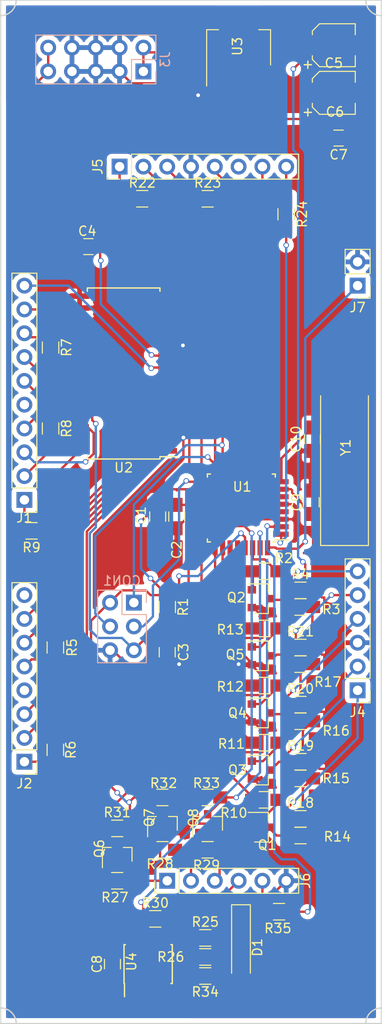
<source format=kicad_pcb>
(kicad_pcb (version 4) (host pcbnew 4.0.7-e2-6376~58~ubuntu14.04.1)
  (layers (0 F.Cu signal) (31 B.Cu signal) (34 B.Paste user hide) (35 F.Paste user hide) (36 B.SilkS user hide) (37 F.SilkS user hide) (38 B.Mask user hide) (39 F.Mask user hide) (44 Edge.Cuts user hide))
  (net 0 "")
  (net 1 "Net-(U1-Pad14)")
  (net 2 "Net-(J1-Pad1)")
  (net 3 "Net-(J1-Pad2)")
  (net 4 "Net-(J1-Pad3)")
  (net 5 "Net-(J1-Pad4)")
  (net 6 "Net-(J1-Pad6)")
  (net 7 "Net-(J1-Pad7)")
  (net 8 "Net-(J1-Pad8)")
  (net 9 "Net-(J1-Pad10)")
  (net 10 "Net-(J1-Pad9)")
  (net 11 "Net-(J2-Pad1)")
  (net 12 "Net-(J2-Pad2)")
  (net 13 "Net-(J2-Pad3)")
  (net 14 "Net-(J2-Pad5)")
  (net 15 "Net-(J2-Pad6)")
  (net 16 "Net-(J2-Pad7)")
  (net 17 VCC)
  (net 18 GND)
  (net 19 "Net-(C2-Pad1)")
  (net 20 "Net-(C3-Pad1)")
  (net 21 "Net-(Q2-Pad1)")
  (net 22 "Net-(R2-Pad2)")
  (net 23 +12V)
  (net 24 "Net-(CON1-Pad4)")
  (net 25 "Net-(CON1-Pad1)")
  (net 26 "Net-(CON1-Pad3)")
  (net 27 -12VA)
  (net 28 "Net-(R5-Pad2)")
  (net 29 "Net-(R6-Pad2)")
  (net 30 "Net-(R7-Pad2)")
  (net 31 "Net-(R8-Pad2)")
  (net 32 "Net-(R9-Pad2)")
  (net 33 "Net-(Q1-Pad1)")
  (net 34 "Net-(Q3-Pad1)")
  (net 35 "Net-(Q4-Pad1)")
  (net 36 "Net-(Q5-Pad1)")
  (net 37 "Net-(R10-Pad2)")
  (net 38 "Net-(R11-Pad2)")
  (net 39 "Net-(R12-Pad2)")
  (net 40 "Net-(R13-Pad2)")
  (net 41 "Net-(J4-Pad1)")
  (net 42 "Net-(J4-Pad2)")
  (net 43 "Net-(J4-Pad4)")
  (net 44 "Net-(J4-Pad5)")
  (net 45 "Net-(J4-Pad6)")
  (net 46 "Net-(J5-Pad1)")
  (net 47 "Net-(J5-Pad3)")
  (net 48 "Net-(J5-Pad8)")
  (net 49 /LED1)
  (net 50 /LED3)
  (net 51 /T3)
  (net 52 /T2)
  (net 53 /LED2)
  (net 54 /T1)
  (net 55 "Net-(J6-Pad1)")
  (net 56 "Net-(J6-Pad2)")
  (net 57 "Net-(J6-Pad3)")
  (net 58 "Net-(J6-Pad4)")
  (net 59 "Net-(Q6-Pad1)")
  (net 60 "Net-(Q7-Pad1)")
  (net 61 "Net-(Q8-Pad1)")
  (net 62 /Clk)
  (net 63 /Rst)
  (net 64 /Mod)
  (net 65 /CV)
  (net 66 -Ref)
  (net 67 "Net-(R25-Pad1)")
  (net 68 "Net-(C9-Pad2)")
  (net 69 "Net-(C10-Pad2)")
  (net 70 "Net-(J6-Pad5)")
  (net 71 /LED4)
  (net 72 "Net-(U4-Pad1)")
  (net 73 /Debug)
  (module Housings_SOIC:SOIC-28W_7.5x17.9mm_Pitch1.27mm (layer F.Cu) (at 63.9318 123.6726 180)
    (fp_text reference U2 (at 0 -10.05 180) (layer F.SilkS))
    (fp_text value MCP23S17)
    (pad 1 smd rect (at -4.7 -8.255 180) (size 2 0.6) (layers F.Cu F.Paste F.Mask) (net 29 "Net-(R6-Pad2)"))
    (pad 2 smd rect (at -4.7 -6.985 180) (size 2 0.6) (layers F.Cu F.Paste F.Mask) (net 12 "Net-(J2-Pad2)"))
    (pad 3 smd rect (at -4.7 -5.715 180) (size 2 0.6) (layers F.Cu F.Paste F.Mask) (net 13 "Net-(J2-Pad3)"))
    (pad 4 smd rect (at -4.7 -4.445 180) (size 2 0.6) (layers F.Cu F.Paste F.Mask) (net 28 "Net-(R5-Pad2)"))
    (pad 5 smd rect (at -4.7 -3.175 180) (size 2 0.6) (layers F.Cu F.Paste F.Mask) (net 15 "Net-(J2-Pad6)"))
    (pad 6 smd rect (at -4.7 -1.905 180) (size 2 0.6) (layers F.Cu F.Paste F.Mask) (net 16 "Net-(J2-Pad7)"))
    (pad 7 smd rect (at -4.7 -0.635 180) (size 2 0.6) (layers F.Cu F.Paste F.Mask))
    (pad 8 smd rect (at -4.7 0.635 180) (size 2 0.6) (layers F.Cu F.Paste F.Mask) (net 9 "Net-(J1-Pad10)"))
    (pad 9 smd rect (at -4.7 1.905 180) (size 2 0.6) (layers F.Cu F.Paste F.Mask) (net 17 VCC))
    (pad 10 smd rect (at -4.7 3.175 180) (size 2 0.6) (layers F.Cu F.Paste F.Mask) (net 18 GND))
    (pad 11 smd rect (at -4.7 4.445 180) (size 2 0.6) (layers F.Cu F.Paste F.Mask) (net 1 "Net-(U1-Pad14)"))
    (pad 12 smd rect (at -4.7 5.715 180) (size 2 0.6) (layers F.Cu F.Paste F.Mask) (net 26 "Net-(CON1-Pad3)"))
    (pad 13 smd rect (at -4.7 6.985 180) (size 2 0.6) (layers F.Cu F.Paste F.Mask) (net 24 "Net-(CON1-Pad4)"))
    (pad 14 smd rect (at -4.7 8.255 180) (size 2 0.6) (layers F.Cu F.Paste F.Mask) (net 25 "Net-(CON1-Pad1)"))
    (pad 15 smd rect (at 4.7 8.255 180) (size 2 0.6) (layers F.Cu F.Paste F.Mask) (net 18 GND))
    (pad 16 smd rect (at 4.7 6.985 180) (size 2 0.6) (layers F.Cu F.Paste F.Mask) (net 18 GND))
    (pad 17 smd rect (at 4.7 5.715 180) (size 2 0.6) (layers F.Cu F.Paste F.Mask) (net 18 GND))
    (pad 18 smd rect (at 4.7 4.445 180) (size 2 0.6) (layers F.Cu F.Paste F.Mask) (net 20 "Net-(C3-Pad1)"))
    (pad 19 smd rect (at 4.7 3.175 180) (size 2 0.6) (layers F.Cu F.Paste F.Mask))
    (pad 20 smd rect (at 4.7 1.905 180) (size 2 0.6) (layers F.Cu F.Paste F.Mask))
    (pad 21 smd rect (at 4.7 0.635 180) (size 2 0.6) (layers F.Cu F.Paste F.Mask) (net 10 "Net-(J1-Pad9)"))
    (pad 22 smd rect (at 4.7 -0.635 180) (size 2 0.6) (layers F.Cu F.Paste F.Mask) (net 30 "Net-(R7-Pad2)"))
    (pad 23 smd rect (at 4.7 -1.905 180) (size 2 0.6) (layers F.Cu F.Paste F.Mask) (net 7 "Net-(J1-Pad7)"))
    (pad 24 smd rect (at 4.7 -3.175 180) (size 2 0.6) (layers F.Cu F.Paste F.Mask) (net 6 "Net-(J1-Pad6)"))
    (pad 25 smd rect (at 4.7 -4.445 180) (size 2 0.6) (layers F.Cu F.Paste F.Mask) (net 31 "Net-(R8-Pad2)"))
    (pad 26 smd rect (at 4.7 -5.715 180) (size 2 0.6) (layers F.Cu F.Paste F.Mask) (net 4 "Net-(J1-Pad3)"))
    (pad 27 smd rect (at 4.7 -6.985 180) (size 2 0.6) (layers F.Cu F.Paste F.Mask) (net 3 "Net-(J1-Pad2)"))
    (pad 28 smd rect (at 4.7 -8.255 180) (size 2 0.6) (layers F.Cu F.Paste F.Mask) (net 32 "Net-(R9-Pad2)"))
  )
  (module Housings_QFP:TQFP-32_7x7mm_Pitch0.8mm (layer F.Cu) (at 76.4921 138.0236 180)
    (fp_text reference U1 (at -0.0889 2.2606 180) (layer F.SilkS))
    (fp_text value ATMEGA328P-AU)
    (pad 1 smd rect (at -4.25 -2.8 180) (size 1.6 0.55) (layers F.Cu F.Paste F.Mask) (net 50 /LED3))
    (pad 2 smd rect (at -4.25 -2 180) (size 1.6 0.55) (layers F.Cu F.Paste F.Mask) (net 71 /LED4))
    (pad 3 smd rect (at -4.25 -1.2 180) (size 1.6 0.55) (layers F.Cu F.Paste F.Mask) (net 18 GND))
    (pad 4 smd rect (at -4.25 -0.4 180) (size 1.6 0.55) (layers F.Cu F.Paste F.Mask) (net 17 VCC))
    (pad 5 smd rect (at -4.25 0.4 180) (size 1.6 0.55) (layers F.Cu F.Paste F.Mask) (net 18 GND))
    (pad 6 smd rect (at -4.25 1.2 180) (size 1.6 0.55) (layers F.Cu F.Paste F.Mask) (net 17 VCC))
    (pad 7 smd rect (at -4.25 2 180) (size 1.6 0.55) (layers F.Cu F.Paste F.Mask) (net 68 "Net-(C9-Pad2)"))
    (pad 8 smd rect (at -4.25 2.8 180) (size 1.6 0.55) (layers F.Cu F.Paste F.Mask) (net 69 "Net-(C10-Pad2)"))
    (pad 9 smd rect (at -2.8 4.25 270) (size 1.6 0.55) (layers F.Cu F.Paste F.Mask) (net 51 /T3))
    (pad 10 smd rect (at -2 4.25 270) (size 1.6 0.55) (layers F.Cu F.Paste F.Mask) (net 52 /T2))
    (pad 11 smd rect (at -1.2 4.25 270) (size 1.6 0.55) (layers F.Cu F.Paste F.Mask) (net 53 /LED2))
    (pad 12 smd rect (at -0.4 4.25 270) (size 1.6 0.55) (layers F.Cu F.Paste F.Mask) (net 54 /T1))
    (pad 13 smd rect (at 0.4 4.25 270) (size 1.6 0.55) (layers F.Cu F.Paste F.Mask) (net 49 /LED1))
    (pad 14 smd rect (at 1.2 4.25 270) (size 1.6 0.55) (layers F.Cu F.Paste F.Mask) (net 1 "Net-(U1-Pad14)"))
    (pad 15 smd rect (at 2 4.25 270) (size 1.6 0.55) (layers F.Cu F.Paste F.Mask) (net 24 "Net-(CON1-Pad4)"))
    (pad 16 smd rect (at 2.8 4.25 270) (size 1.6 0.55) (layers F.Cu F.Paste F.Mask) (net 25 "Net-(CON1-Pad1)"))
    (pad 17 smd rect (at 4.25 2.8 180) (size 1.6 0.55) (layers F.Cu F.Paste F.Mask) (net 26 "Net-(CON1-Pad3)"))
    (pad 18 smd rect (at 4.25 2 180) (size 1.6 0.55) (layers F.Cu F.Paste F.Mask) (net 17 VCC))
    (pad 19 smd rect (at 4.25 1.2 180) (size 1.6 0.55) (layers F.Cu F.Paste F.Mask))
    (pad 20 smd rect (at 4.25 0.4 180) (size 1.6 0.55) (layers F.Cu F.Paste F.Mask) (net 19 "Net-(C2-Pad1)"))
    (pad 21 smd rect (at 4.25 -0.4 180) (size 1.6 0.55) (layers F.Cu F.Paste F.Mask) (net 18 GND))
    (pad 22 smd rect (at 4.25 -1.2 180) (size 1.6 0.55) (layers F.Cu F.Paste F.Mask) (net 65 /CV))
    (pad 23 smd rect (at 4.25 -2 180) (size 1.6 0.55) (layers F.Cu F.Paste F.Mask) (net 62 /Clk))
    (pad 24 smd rect (at 4.25 -2.8 180) (size 1.6 0.55) (layers F.Cu F.Paste F.Mask) (net 63 /Rst))
    (pad 25 smd rect (at 2.8 -4.25 270) (size 1.6 0.55) (layers F.Cu F.Paste F.Mask) (net 37 "Net-(R10-Pad2)"))
    (pad 26 smd rect (at 2 -4.25 270) (size 1.6 0.55) (layers F.Cu F.Paste F.Mask) (net 38 "Net-(R11-Pad2)"))
    (pad 27 smd rect (at 1.2 -4.25 270) (size 1.6 0.55) (layers F.Cu F.Paste F.Mask) (net 39 "Net-(R12-Pad2)"))
    (pad 28 smd rect (at 0.4 -4.25 270) (size 1.6 0.55) (layers F.Cu F.Paste F.Mask) (net 40 "Net-(R13-Pad2)"))
    (pad 29 smd rect (at -0.4 -4.25 270) (size 1.6 0.55) (layers F.Cu F.Paste F.Mask) (net 20 "Net-(C3-Pad1)"))
    (pad 30 smd rect (at -1.2 -4.25 270) (size 1.6 0.55) (layers F.Cu F.Paste F.Mask) (net 22 "Net-(R2-Pad2)"))
    (pad 31 smd rect (at -2 -4.25 270) (size 1.6 0.55) (layers F.Cu F.Paste F.Mask) (net 64 /Mod))
    (pad 32 smd rect (at -2.8 -4.25 270) (size 1.6 0.55) (layers F.Cu F.Paste F.Mask) (net 73 /Debug))
  )
  (module Pin_Headers:Pin_Header_Straight_1x10_Pitch2.54mm (layer F.Cu) (at 53.34 137.16 180)
    (fp_text reference J1 (at 0 -1.905 180) (layer F.SilkS))
    (fp_text value " " hide)
    (pad 1 thru_hole rect (at 0 0 180) (size 1.7 1.7) (drill 1) (layers *.Cu *.Mask) (net 2 "Net-(J1-Pad1)"))
    (pad 2 thru_hole oval (at 0 2.54 180) (size 1.7 1.7) (drill 1) (layers *.Cu *.Mask) (net 3 "Net-(J1-Pad2)"))
    (pad 3 thru_hole oval (at 0 5.08 180) (size 1.7 1.7) (drill 1) (layers *.Cu *.Mask) (net 4 "Net-(J1-Pad3)"))
    (pad 4 thru_hole oval (at 0 7.62 180) (size 1.7 1.7) (drill 1) (layers *.Cu *.Mask) (net 5 "Net-(J1-Pad4)"))
    (pad 5 thru_hole oval (at 0 10.16 180) (size 1.7 1.7) (drill 1) (layers *.Cu *.Mask))
    (pad 6 thru_hole oval (at 0 12.7 180) (size 1.7 1.7) (drill 1) (layers *.Cu *.Mask) (net 6 "Net-(J1-Pad6)"))
    (pad 7 thru_hole oval (at 0 15.24 180) (size 1.7 1.7) (drill 1) (layers *.Cu *.Mask) (net 7 "Net-(J1-Pad7)"))
    (pad 8 thru_hole oval (at 0 17.78 180) (size 1.7 1.7) (drill 1) (layers *.Cu *.Mask) (net 8 "Net-(J1-Pad8)"))
    (pad 9 thru_hole oval (at 0 20.32 180) (size 1.7 1.7) (drill 1) (layers *.Cu *.Mask) (net 10 "Net-(J1-Pad9)"))
    (pad 10 thru_hole oval (at 0 22.86 180) (size 1.7 1.7) (drill 1) (layers *.Cu *.Mask) (net 9 "Net-(J1-Pad10)"))
  )
  (module Pin_Headers:Pin_Header_Straight_1x08_Pitch2.54mm (layer F.Cu) (at 53.34 165.1 180)
    (fp_text reference J2 (at 0 -2.33 180) (layer F.SilkS))
    (fp_text value " " hide)
    (pad 1 thru_hole rect (at 0 0 180) (size 1.7 1.7) (drill 1) (layers *.Cu *.Mask) (net 11 "Net-(J2-Pad1)"))
    (pad 2 thru_hole oval (at 0 2.54 180) (size 1.7 1.7) (drill 1) (layers *.Cu *.Mask) (net 12 "Net-(J2-Pad2)"))
    (pad 3 thru_hole oval (at 0 5.08 180) (size 1.7 1.7) (drill 1) (layers *.Cu *.Mask) (net 13 "Net-(J2-Pad3)"))
    (pad 4 thru_hole oval (at 0 7.62 180) (size 1.7 1.7) (drill 1) (layers *.Cu *.Mask))
    (pad 5 thru_hole oval (at 0 10.16 180) (size 1.7 1.7) (drill 1) (layers *.Cu *.Mask) (net 14 "Net-(J2-Pad5)"))
    (pad 6 thru_hole oval (at 0 12.7 180) (size 1.7 1.7) (drill 1) (layers *.Cu *.Mask) (net 15 "Net-(J2-Pad6)"))
    (pad 7 thru_hole oval (at 0 15.24 180) (size 1.7 1.7) (drill 1) (layers *.Cu *.Mask) (net 16 "Net-(J2-Pad7)"))
    (pad 8 thru_hole oval (at 0 17.78 180) (size 1.7 1.7) (drill 1) (layers *.Cu *.Mask))
  )
  (module Pin_Headers:Pin_Header_Straight_2x03_Pitch2.54mm (layer B.Cu) (at 65.024 148.124001 180)
    (fp_text reference CON1 (at 1.27 2.33 180) (layer B.SilkS) (effects (justify mirror)))
    (fp_text value AVR-ISP-6)
    (pad 1 thru_hole rect (at 0 0 180) (size 1.7 1.7) (drill 1) (layers *.Cu *.Mask) (net 25 "Net-(CON1-Pad1)"))
    (pad 2 thru_hole oval (at 2.54 0 180) (size 1.7 1.7) (drill 1) (layers *.Cu *.Mask) (net 17 VCC))
    (pad 3 thru_hole oval (at 0 -2.54 180) (size 1.7 1.7) (drill 1) (layers *.Cu *.Mask) (net 26 "Net-(CON1-Pad3)"))
    (pad 4 thru_hole oval (at 2.54 -2.54 180) (size 1.7 1.7) (drill 1) (layers *.Cu *.Mask) (net 24 "Net-(CON1-Pad4)"))
    (pad 5 thru_hole oval (at 0 -5.08 180) (size 1.7 1.7) (drill 1) (layers *.Cu *.Mask) (net 20 "Net-(C3-Pad1)"))
    (pad 6 thru_hole oval (at 2.54 -5.08 180) (size 1.7 1.7) (drill 1) (layers *.Cu *.Mask) (net 18 GND))
  )
  (module Pin_Headers:Pin_Header_Straight_2x05_Pitch2.54mm (layer B.Cu) (at 66.04 91.44 90)
    (fp_text reference J3 (at 1.27 2.33 90) (layer B.SilkS) (effects (justify mirror)))
    (fp_text value Conn_02x05_Odd_Even)
    (pad 1 thru_hole rect (at 0 0 90) (size 1.7 1.7) (drill 1) (layers *.Cu *.Mask) (net 23 +12V))
    (pad 2 thru_hole oval (at 2.54 0 90) (size 1.7 1.7) (drill 1) (layers *.Cu *.Mask) (net 23 +12V))
    (pad 3 thru_hole oval (at 0 -2.54 90) (size 1.7 1.7) (drill 1) (layers *.Cu *.Mask) (net 18 GND))
    (pad 4 thru_hole oval (at 2.54 -2.54 90) (size 1.7 1.7) (drill 1) (layers *.Cu *.Mask) (net 18 GND))
    (pad 5 thru_hole oval (at 0 -5.08 90) (size 1.7 1.7) (drill 1) (layers *.Cu *.Mask) (net 18 GND))
    (pad 6 thru_hole oval (at 2.54 -5.08 90) (size 1.7 1.7) (drill 1) (layers *.Cu *.Mask) (net 18 GND))
    (pad 7 thru_hole oval (at 0 -7.62 90) (size 1.7 1.7) (drill 1) (layers *.Cu *.Mask) (net 18 GND))
    (pad 8 thru_hole oval (at 2.54 -7.62 90) (size 1.7 1.7) (drill 1) (layers *.Cu *.Mask) (net 18 GND))
    (pad 9 thru_hole oval (at 0 -10.16 90) (size 1.7 1.7) (drill 1) (layers *.Cu *.Mask) (net 27 -12VA))
    (pad 10 thru_hole oval (at 2.54 -10.16 90) (size 1.7 1.7) (drill 1) (layers *.Cu *.Mask) (net 27 -12VA))
  )
  (module TO_SOT_Packages_SMD:SOT-23 (layer F.Cu) (at 78.613 147.701)
    (fp_text reference Q2 (at -2.667 -0.127) (layer F.SilkS))
    (fp_text value MMBT3904)
    (pad 1 smd rect (at -1 -0.95) (size 0.9 0.8) (layers F.Cu F.Paste F.Mask) (net 21 "Net-(Q2-Pad1)"))
    (pad 2 smd rect (at -1 0.95) (size 0.9 0.8) (layers F.Cu F.Paste F.Mask) (net 18 GND))
    (pad 3 smd rect (at 1 0) (size 0.9 0.8) (layers F.Cu F.Paste F.Mask) (net 45 "Net-(J4-Pad6)"))
  )
  (module TO_SOT_Packages_SMD:SOT-23 (layer F.Cu) (at 78.613 172.085)
    (fp_text reference Q1 (at 0.635 1.905) (layer F.SilkS))
    (fp_text value MMBT3904)
    (pad 1 smd rect (at -1 -0.95) (size 0.9 0.8) (layers F.Cu F.Paste F.Mask) (net 33 "Net-(Q1-Pad1)"))
    (pad 2 smd rect (at -1 0.95) (size 0.9 0.8) (layers F.Cu F.Paste F.Mask) (net 18 GND))
    (pad 3 smd rect (at 1 0) (size 0.9 0.8) (layers F.Cu F.Paste F.Mask) (net 41 "Net-(J4-Pad1)"))
  )
  (module TO_SOT_Packages_SMD:SOT-23 (layer F.Cu) (at 78.613 165.989)
    (fp_text reference Q3 (at -2.54 0) (layer F.SilkS))
    (fp_text value MMBT3904)
    (pad 1 smd rect (at -1 -0.95) (size 0.9 0.8) (layers F.Cu F.Paste F.Mask) (net 34 "Net-(Q3-Pad1)"))
    (pad 2 smd rect (at -1 0.95) (size 0.9 0.8) (layers F.Cu F.Paste F.Mask) (net 18 GND))
    (pad 3 smd rect (at 1 0) (size 0.9 0.8) (layers F.Cu F.Paste F.Mask) (net 42 "Net-(J4-Pad2)"))
  )
  (module TO_SOT_Packages_SMD:SOT-23 (layer F.Cu) (at 78.613 159.893)
    (fp_text reference Q4 (at -2.54 0) (layer F.SilkS))
    (fp_text value MMBT3904)
    (pad 1 smd rect (at -1 -0.95) (size 0.9 0.8) (layers F.Cu F.Paste F.Mask) (net 35 "Net-(Q4-Pad1)"))
    (pad 2 smd rect (at -1 0.95) (size 0.9 0.8) (layers F.Cu F.Paste F.Mask) (net 18 GND))
    (pad 3 smd rect (at 1 0) (size 0.9 0.8) (layers F.Cu F.Paste F.Mask) (net 43 "Net-(J4-Pad4)"))
  )
  (module TO_SOT_Packages_SMD:SOT-23 (layer F.Cu) (at 78.613 153.797)
    (fp_text reference Q5 (at -2.794 -0.127) (layer F.SilkS))
    (fp_text value MMBT3904)
    (pad 1 smd rect (at -1 -0.95) (size 0.9 0.8) (layers F.Cu F.Paste F.Mask) (net 36 "Net-(Q5-Pad1)"))
    (pad 2 smd rect (at -1 0.95) (size 0.9 0.8) (layers F.Cu F.Paste F.Mask) (net 18 GND))
    (pad 3 smd rect (at 1 0) (size 0.9 0.8) (layers F.Cu F.Paste F.Mask) (net 44 "Net-(J4-Pad5)"))
  )
  (module Pin_Headers:Pin_Header_Straight_1x06_Pitch2.54mm (layer F.Cu) (at 88.9 157.48 180)
    (fp_text reference J4 (at 0 -2.33 180) (layer F.SilkS))
    (fp_text value " " hide)
    (pad 1 thru_hole rect (at 0 0 180) (size 1.7 1.7) (drill 1) (layers *.Cu *.Mask) (net 41 "Net-(J4-Pad1)"))
    (pad 2 thru_hole oval (at 0 2.54 180) (size 1.7 1.7) (drill 1) (layers *.Cu *.Mask) (net 42 "Net-(J4-Pad2)"))
    (pad 3 thru_hole oval (at 0 5.08 180) (size 1.7 1.7) (drill 1) (layers *.Cu *.Mask) (net 18 GND))
    (pad 4 thru_hole oval (at 0 7.62 180) (size 1.7 1.7) (drill 1) (layers *.Cu *.Mask) (net 43 "Net-(J4-Pad4)"))
    (pad 5 thru_hole oval (at 0 10.16 180) (size 1.7 1.7) (drill 1) (layers *.Cu *.Mask) (net 44 "Net-(J4-Pad5)"))
    (pad 6 thru_hole oval (at 0 12.7 180) (size 1.7 1.7) (drill 1) (layers *.Cu *.Mask) (net 45 "Net-(J4-Pad6)"))
  )
  (module Pin_Headers:Pin_Header_Straight_1x08_Pitch2.54mm (layer F.Cu) (at 63.5 101.6 90)
    (fp_text reference J5 (at 0 -2.33 90) (layer F.SilkS))
    (fp_text value Conn_01x08_Male)
    (pad 1 thru_hole rect (at 0 0 90) (size 1.7 1.7) (drill 1) (layers *.Cu *.Mask) (net 46 "Net-(J5-Pad1)"))
    (pad 2 thru_hole oval (at 0 2.54 90) (size 1.7 1.7) (drill 1) (layers *.Cu *.Mask) (net 54 /T1))
    (pad 3 thru_hole oval (at 0 5.08 90) (size 1.7 1.7) (drill 1) (layers *.Cu *.Mask) (net 47 "Net-(J5-Pad3)"))
    (pad 4 thru_hole oval (at 0 7.62 90) (size 1.7 1.7) (drill 1) (layers *.Cu *.Mask) (net 18 GND))
    (pad 5 thru_hole oval (at 0 10.16 90) (size 1.7 1.7) (drill 1) (layers *.Cu *.Mask) (net 52 /T2))
    (pad 6 thru_hole oval (at 0 12.7 90) (size 1.7 1.7) (drill 1) (layers *.Cu *.Mask))
    (pad 7 thru_hole oval (at 0 15.24 90) (size 1.7 1.7) (drill 1) (layers *.Cu *.Mask) (net 51 /T3))
    (pad 8 thru_hole oval (at 0 17.78 90) (size 1.7 1.7) (drill 1) (layers *.Cu *.Mask) (net 48 "Net-(J5-Pad8)"))
  )
  (module Capacitors_SMD:CP_Elec_4x5.3 (layer F.Cu) (at 86.36 88.646)
    (fp_text reference C5 (at 0 1.905) (layer F.SilkS))
    (fp_text value 22µ)
    (fp_text user + (at -2.77 2.01) (layer F.SilkS))
    (pad 1 smd rect (at -1.8 0 180) (size 2.6 1.6) (layers F.Cu F.Paste F.Mask) (net 23 +12V))
    (pad 2 smd rect (at 1.8 0 180) (size 2.6 1.6) (layers F.Cu F.Paste F.Mask) (net 18 GND))
  )
  (module Capacitors_SMD:CP_Elec_4x5.3 (layer F.Cu) (at 86.36 93.726)
    (fp_text reference C6 (at 0.127 2.032) (layer F.SilkS))
    (fp_text value 22µ)
    (fp_text user + (at -2.77 2.01) (layer F.SilkS))
    (pad 1 smd rect (at -1.8 0 180) (size 2.6 1.6) (layers F.Cu F.Paste F.Mask) (net 17 VCC))
    (pad 2 smd rect (at 1.8 0 180) (size 2.6 1.6) (layers F.Cu F.Paste F.Mask) (net 18 GND))
  )
  (module TO_SOT_Packages_SMD:SOT-223 (layer F.Cu) (at 76.2 88.9 90)
    (fp_text reference U3 (at 0.127 -0.127 90) (layer F.SilkS))
    (fp_text value LM1117-5.0)
    (pad 4 smd rect (at 3.15 0 90) (size 2 3.8) (layers F.Cu F.Paste F.Mask))
    (pad 2 smd rect (at -3.15 0 90) (size 2 1.5) (layers F.Cu F.Paste F.Mask) (net 17 VCC))
    (pad 3 smd rect (at -3.15 2.3 90) (size 2 1.5) (layers F.Cu F.Paste F.Mask) (net 23 +12V))
    (pad 1 smd rect (at -3.15 -2.3 90) (size 2 1.5) (layers F.Cu F.Paste F.Mask) (net 18 GND))
  )
  (module Pin_Headers:Pin_Header_Straight_1x06_Pitch2.54mm (layer F.Cu) (at 68.58 177.8 90)
    (fp_text reference J6 (at 0 14.732 90) (layer F.SilkS))
    (fp_text value " " hide)
    (pad 1 thru_hole rect (at 0 0 90) (size 1.7 1.7) (drill 1) (layers *.Cu *.Mask) (net 55 "Net-(J6-Pad1)"))
    (pad 2 thru_hole oval (at 0 2.54 90) (size 1.7 1.7) (drill 1) (layers *.Cu *.Mask) (net 56 "Net-(J6-Pad2)"))
    (pad 3 thru_hole oval (at 0 5.08 90) (size 1.7 1.7) (drill 1) (layers *.Cu *.Mask) (net 57 "Net-(J6-Pad3)"))
    (pad 4 thru_hole oval (at 0 7.62 90) (size 1.7 1.7) (drill 1) (layers *.Cu *.Mask) (net 58 "Net-(J6-Pad4)"))
    (pad 5 thru_hole oval (at 0 10.16 90) (size 1.7 1.7) (drill 1) (layers *.Cu *.Mask) (net 70 "Net-(J6-Pad5)"))
    (pad 6 thru_hole oval (at 0 12.7 90) (size 1.7 1.7) (drill 1) (layers *.Cu *.Mask) (net 18 GND))
  )
  (module TO_SOT_Packages_SMD:SOT-23 (layer F.Cu) (at 63.246 175.006 90)
    (fp_text reference Q6 (at 0.635 -1.905 90) (layer F.SilkS))
    (fp_text value MMBT3904)
    (pad 1 smd rect (at -1 -0.95 90) (size 0.9 0.8) (layers F.Cu F.Paste F.Mask) (net 59 "Net-(Q6-Pad1)"))
    (pad 2 smd rect (at -1 0.95 90) (size 0.9 0.8) (layers F.Cu F.Paste F.Mask) (net 18 GND))
    (pad 3 smd rect (at 1 0 90) (size 0.9 0.8) (layers F.Cu F.Paste F.Mask) (net 62 /Clk))
  )
  (module TO_SOT_Packages_SMD:SOT-23 (layer F.Cu) (at 68.072 171.704 90)
    (fp_text reference Q7 (at 0.635 -1.397 90) (layer F.SilkS))
    (fp_text value MMBT3904)
    (pad 1 smd rect (at -1 -0.95 90) (size 0.9 0.8) (layers F.Cu F.Paste F.Mask) (net 60 "Net-(Q7-Pad1)"))
    (pad 2 smd rect (at -1 0.95 90) (size 0.9 0.8) (layers F.Cu F.Paste F.Mask) (net 18 GND))
    (pad 3 smd rect (at 1 0 90) (size 0.9 0.8) (layers F.Cu F.Paste F.Mask) (net 63 /Rst))
  )
  (module TO_SOT_Packages_SMD:SOT-23 (layer F.Cu) (at 72.898 171.704 90)
    (fp_text reference Q8 (at 0.635 -1.524 90) (layer F.SilkS))
    (fp_text value MMBT3904)
    (pad 1 smd rect (at -1 -0.95 90) (size 0.9 0.8) (layers F.Cu F.Paste F.Mask) (net 61 "Net-(Q8-Pad1)"))
    (pad 2 smd rect (at -1 0.95 90) (size 0.9 0.8) (layers F.Cu F.Paste F.Mask) (net 18 GND))
    (pad 3 smd rect (at 1 0 90) (size 0.9 0.8) (layers F.Cu F.Paste F.Mask) (net 64 /Mod))
  )
  (module Housings_SOIC:SOIC-8_3.9x4.9mm_Pitch1.27mm (layer F.Cu) (at 66.548 186.69 90)
    (fp_text reference U4 (at 0.254 -1.778 90) (layer F.SilkS))
    (fp_text value MCP6002-xSN)
    (pad 1 smd rect (at -2.7 -1.905 90) (size 1.55 0.6) (layers F.Cu F.Paste F.Mask) (net 72 "Net-(U4-Pad1)"))
    (pad 2 smd rect (at -2.7 -0.635 90) (size 1.55 0.6) (layers F.Cu F.Paste F.Mask) (net 72 "Net-(U4-Pad1)"))
    (pad 3 smd rect (at -2.7 0.635 90) (size 1.55 0.6) (layers F.Cu F.Paste F.Mask) (net 67 "Net-(R25-Pad1)"))
    (pad 4 smd rect (at -2.7 1.905 90) (size 1.55 0.6) (layers F.Cu F.Paste F.Mask) (net 18 GND))
    (pad 5 smd rect (at 2.7 1.905 90) (size 1.55 0.6) (layers F.Cu F.Paste F.Mask) (net 18 GND))
    (pad 6 smd rect (at 2.7 0.635 90) (size 1.55 0.6) (layers F.Cu F.Paste F.Mask) (net 67 "Net-(R25-Pad1)"))
    (pad 7 smd rect (at 2.7 -0.635 90) (size 1.55 0.6) (layers F.Cu F.Paste F.Mask) (net 65 /CV))
    (pad 8 smd rect (at 2.7 -1.905 90) (size 1.55 0.6) (layers F.Cu F.Paste F.Mask) (net 17 VCC))
  )
  (module Resistors_SMD:R_0805_HandSoldering (layer F.Cu) (at 56.134 120.904 270)
    (fp_text reference R7 (at 0 -1.7 270) (layer F.SilkS))
    (fp_text value 1K)
    (pad 1 smd rect (at -1.35 0 270) (size 1.5 1.3) (layers F.Cu F.Paste F.Mask) (net 8 "Net-(J1-Pad8)"))
    (pad 2 smd rect (at 1.35 0 270) (size 1.5 1.3) (layers F.Cu F.Paste F.Mask) (net 30 "Net-(R7-Pad2)"))
  )
  (module Resistors_SMD:R_0805_HandSoldering (layer F.Cu) (at 56.134 129.54 270)
    (fp_text reference R8 (at 0 -1.7 270) (layer F.SilkS))
    (fp_text value 1K)
    (pad 1 smd rect (at -1.35 0 270) (size 1.5 1.3) (layers F.Cu F.Paste F.Mask) (net 5 "Net-(J1-Pad4)"))
    (pad 2 smd rect (at 1.35 0 270) (size 1.5 1.3) (layers F.Cu F.Paste F.Mask) (net 31 "Net-(R8-Pad2)"))
  )
  (module Capacitors_SMD:C_0805_HandSoldering (layer F.Cu) (at 67.564 138.938 270)
    (fp_text reference C1 (at -0.127 1.778 270) (layer F.SilkS))
    (fp_text value 100n)
    (pad 1 smd rect (at -1.25 0 270) (size 1.5 1.25) (layers F.Cu F.Paste F.Mask) (net 17 VCC))
    (pad 2 smd rect (at 1.25 0 270) (size 1.5 1.25) (layers F.Cu F.Paste F.Mask) (net 18 GND))
  )
  (module Capacitors_SMD:C_0805_HandSoldering (layer F.Cu) (at 69.596 138.938 270)
    (fp_text reference C2 (at 3.556 0 270) (layer F.SilkS))
    (fp_text value 100n)
    (pad 1 smd rect (at -1.25 0 270) (size 1.5 1.25) (layers F.Cu F.Paste F.Mask) (net 19 "Net-(C2-Pad1)"))
    (pad 2 smd rect (at 1.25 0 270) (size 1.5 1.25) (layers F.Cu F.Paste F.Mask) (net 18 GND))
  )
  (module Capacitors_SMD:C_0805_HandSoldering (layer F.Cu) (at 68.58 153.416 270)
    (fp_text reference C3 (at 0 -1.75 270) (layer F.SilkS))
    (fp_text value 100n)
    (pad 1 smd rect (at -1.25 0 270) (size 1.5 1.25) (layers F.Cu F.Paste F.Mask) (net 20 "Net-(C3-Pad1)"))
    (pad 2 smd rect (at 1.25 0 270) (size 1.5 1.25) (layers F.Cu F.Paste F.Mask) (net 18 GND))
  )
  (module Capacitors_SMD:C_0805_HandSoldering (layer F.Cu) (at 60.1726 110.1344 180)
    (fp_text reference C4 (at 0.127 1.651 180) (layer F.SilkS))
    (fp_text value 100n)
    (pad 1 smd rect (at -1.25 0 180) (size 1.5 1.25) (layers F.Cu F.Paste F.Mask) (net 17 VCC))
    (pad 2 smd rect (at 1.25 0 180) (size 1.5 1.25) (layers F.Cu F.Paste F.Mask) (net 18 GND))
  )
  (module Capacitors_SMD:C_0805_HandSoldering (layer F.Cu) (at 86.868 98.552)
    (fp_text reference C7 (at 0 1.778) (layer F.SilkS))
    (fp_text value 100n)
    (pad 1 smd rect (at -1.25 0) (size 1.5 1.25) (layers F.Cu F.Paste F.Mask) (net 17 VCC))
    (pad 2 smd rect (at 1.25 0) (size 1.5 1.25) (layers F.Cu F.Paste F.Mask) (net 18 GND))
  )
  (module Capacitors_SMD:C_0805_HandSoldering (layer F.Cu) (at 62.738 186.69 270)
    (fp_text reference C8 (at 0 1.651 270) (layer F.SilkS))
    (fp_text value 100n)
    (pad 1 smd rect (at -1.25 0 270) (size 1.5 1.25) (layers F.Cu F.Paste F.Mask) (net 17 VCC))
    (pad 2 smd rect (at 1.25 0 270) (size 1.5 1.25) (layers F.Cu F.Paste F.Mask) (net 18 GND))
  )
  (module Resistors_SMD:R_0805_HandSoldering (layer F.Cu) (at 68.58 148.59 270)
    (fp_text reference R1 (at 0 -1.7 270) (layer F.SilkS))
    (fp_text value 10K)
    (pad 1 smd rect (at -1.35 0 270) (size 1.5 1.3) (layers F.Cu F.Paste F.Mask) (net 17 VCC))
    (pad 2 smd rect (at 1.35 0 270) (size 1.5 1.3) (layers F.Cu F.Paste F.Mask) (net 20 "Net-(C3-Pad1)"))
  )
  (module Resistors_SMD:R_0805_HandSoldering (layer F.Cu) (at 78.994 144.78)
    (fp_text reference R2 (at 2.032 -1.397) (layer F.SilkS))
    (fp_text value 10K)
    (pad 1 smd rect (at -1.35 0) (size 1.5 1.3) (layers F.Cu F.Paste F.Mask) (net 21 "Net-(Q2-Pad1)"))
    (pad 2 smd rect (at 1.35 0) (size 1.5 1.3) (layers F.Cu F.Paste F.Mask) (net 22 "Net-(R2-Pad2)"))
  )
  (module Resistors_SMD:R_0805_HandSoldering (layer F.Cu) (at 82.804 148.59)
    (fp_text reference R3 (at 3.302 0.254) (layer F.SilkS))
    (fp_text value 4K7)
    (pad 1 smd rect (at -1.35 0) (size 1.5 1.3) (layers F.Cu F.Paste F.Mask) (net 45 "Net-(J4-Pad6)"))
    (pad 2 smd rect (at 1.35 0) (size 1.5 1.3) (layers F.Cu F.Paste F.Mask) (net 23 +12V))
  )
  (module Resistors_SMD:R_0805_HandSoldering (layer F.Cu) (at 82.804 146.812)
    (fp_text reference R4 (at 0 -1.7) (layer F.SilkS))
    (fp_text value 3K3)
    (pad 1 smd rect (at -1.35 0) (size 1.5 1.3) (layers F.Cu F.Paste F.Mask) (net 45 "Net-(J4-Pad6)"))
    (pad 2 smd rect (at 1.35 0) (size 1.5 1.3) (layers F.Cu F.Paste F.Mask) (net 18 GND))
  )
  (module Resistors_SMD:R_0805_HandSoldering (layer F.Cu) (at 56.642 152.908 90)
    (fp_text reference R5 (at 0 1.778 90) (layer F.SilkS))
    (fp_text value 1K)
    (pad 1 smd rect (at -1.35 0 90) (size 1.5 1.3) (layers F.Cu F.Paste F.Mask) (net 14 "Net-(J2-Pad5)"))
    (pad 2 smd rect (at 1.35 0 90) (size 1.5 1.3) (layers F.Cu F.Paste F.Mask) (net 28 "Net-(R5-Pad2)"))
  )
  (module Resistors_SMD:R_0805_HandSoldering (layer F.Cu) (at 56.642 163.83 90)
    (fp_text reference R6 (at 0 1.651 90) (layer F.SilkS))
    (fp_text value 1K)
    (pad 1 smd rect (at -1.35 0 90) (size 1.5 1.3) (layers F.Cu F.Paste F.Mask) (net 11 "Net-(J2-Pad1)"))
    (pad 2 smd rect (at 1.35 0 90) (size 1.5 1.3) (layers F.Cu F.Paste F.Mask) (net 29 "Net-(R6-Pad2)"))
  )
  (module Resistors_SMD:R_0805_HandSoldering (layer F.Cu) (at 78.994 169.164 180)
    (fp_text reference R10 (at 3.302 -1.397 180) (layer F.SilkS))
    (fp_text value 10K)
    (pad 1 smd rect (at -1.35 0 180) (size 1.5 1.3) (layers F.Cu F.Paste F.Mask) (net 33 "Net-(Q1-Pad1)"))
    (pad 2 smd rect (at 1.35 0 180) (size 1.5 1.3) (layers F.Cu F.Paste F.Mask) (net 37 "Net-(R10-Pad2)"))
  )
  (module Resistors_SMD:R_0805_HandSoldering (layer F.Cu) (at 78.994 163.068 180)
    (fp_text reference R11 (at 3.556 -0.127 180) (layer F.SilkS))
    (fp_text value 10K)
    (pad 1 smd rect (at -1.35 0 180) (size 1.5 1.3) (layers F.Cu F.Paste F.Mask) (net 34 "Net-(Q3-Pad1)"))
    (pad 2 smd rect (at 1.35 0 180) (size 1.5 1.3) (layers F.Cu F.Paste F.Mask) (net 38 "Net-(R11-Pad2)"))
  )
  (module Resistors_SMD:R_0805_HandSoldering (layer F.Cu) (at 78.994 156.972 180)
    (fp_text reference R12 (at 3.683 -0.127 180) (layer F.SilkS))
    (fp_text value 10K)
    (pad 1 smd rect (at -1.35 0 180) (size 1.5 1.3) (layers F.Cu F.Paste F.Mask) (net 35 "Net-(Q4-Pad1)"))
    (pad 2 smd rect (at 1.35 0 180) (size 1.5 1.3) (layers F.Cu F.Paste F.Mask) (net 39 "Net-(R12-Pad2)"))
  )
  (module Resistors_SMD:R_0805_HandSoldering (layer F.Cu) (at 78.994 150.876 180)
    (fp_text reference R13 (at 3.683 -0.127 180) (layer F.SilkS))
    (fp_text value 10K)
    (pad 1 smd rect (at -1.35 0 180) (size 1.5 1.3) (layers F.Cu F.Paste F.Mask) (net 36 "Net-(Q5-Pad1)"))
    (pad 2 smd rect (at 1.35 0 180) (size 1.5 1.3) (layers F.Cu F.Paste F.Mask) (net 40 "Net-(R13-Pad2)"))
  )
  (module Resistors_SMD:R_0805_HandSoldering (layer F.Cu) (at 82.804 172.974)
    (fp_text reference R14 (at 3.937 0.127) (layer F.SilkS))
    (fp_text value 4K7)
    (pad 1 smd rect (at -1.35 0) (size 1.5 1.3) (layers F.Cu F.Paste F.Mask) (net 41 "Net-(J4-Pad1)"))
    (pad 2 smd rect (at 1.35 0) (size 1.5 1.3) (layers F.Cu F.Paste F.Mask) (net 23 +12V))
  )
  (module Resistors_SMD:R_0805_HandSoldering (layer F.Cu) (at 82.804 166.878)
    (fp_text reference R15 (at 3.81 0) (layer F.SilkS))
    (fp_text value 4K7)
    (pad 1 smd rect (at -1.35 0) (size 1.5 1.3) (layers F.Cu F.Paste F.Mask) (net 42 "Net-(J4-Pad2)"))
    (pad 2 smd rect (at 1.35 0) (size 1.5 1.3) (layers F.Cu F.Paste F.Mask) (net 23 +12V))
  )
  (module Resistors_SMD:R_0805_HandSoldering (layer F.Cu) (at 82.804 160.782)
    (fp_text reference R16 (at 3.81 1.016) (layer F.SilkS))
    (fp_text value 4K7)
    (pad 1 smd rect (at -1.35 0) (size 1.5 1.3) (layers F.Cu F.Paste F.Mask) (net 43 "Net-(J4-Pad4)"))
    (pad 2 smd rect (at 1.35 0) (size 1.5 1.3) (layers F.Cu F.Paste F.Mask) (net 23 +12V))
  )
  (module Resistors_SMD:R_0805_HandSoldering (layer F.Cu) (at 82.804 154.686)
    (fp_text reference R17 (at 2.921 1.905) (layer F.SilkS))
    (fp_text value 4K7)
    (pad 1 smd rect (at -1.35 0) (size 1.5 1.3) (layers F.Cu F.Paste F.Mask) (net 44 "Net-(J4-Pad5)"))
    (pad 2 smd rect (at 1.35 0) (size 1.5 1.3) (layers F.Cu F.Paste F.Mask) (net 23 +12V))
  )
  (module Resistors_SMD:R_0805_HandSoldering (layer F.Cu) (at 82.804 171.196)
    (fp_text reference R18 (at 0 -1.7) (layer F.SilkS))
    (fp_text value 3K3)
    (pad 1 smd rect (at -1.35 0) (size 1.5 1.3) (layers F.Cu F.Paste F.Mask) (net 41 "Net-(J4-Pad1)"))
    (pad 2 smd rect (at 1.35 0) (size 1.5 1.3) (layers F.Cu F.Paste F.Mask) (net 18 GND))
  )
  (module Resistors_SMD:R_0805_HandSoldering (layer F.Cu) (at 82.804 165.1)
    (fp_text reference R19 (at 0 -1.7) (layer F.SilkS))
    (fp_text value 3K3)
    (pad 1 smd rect (at -1.35 0) (size 1.5 1.3) (layers F.Cu F.Paste F.Mask) (net 42 "Net-(J4-Pad2)"))
    (pad 2 smd rect (at 1.35 0) (size 1.5 1.3) (layers F.Cu F.Paste F.Mask) (net 18 GND))
  )
  (module Resistors_SMD:R_0805_HandSoldering (layer F.Cu) (at 82.804 159.004)
    (fp_text reference R20 (at 0 -1.7) (layer F.SilkS))
    (fp_text value 3K3)
    (pad 1 smd rect (at -1.35 0) (size 1.5 1.3) (layers F.Cu F.Paste F.Mask) (net 43 "Net-(J4-Pad4)"))
    (pad 2 smd rect (at 1.35 0) (size 1.5 1.3) (layers F.Cu F.Paste F.Mask) (net 18 GND))
  )
  (module Resistors_SMD:R_0805_HandSoldering (layer F.Cu) (at 82.804 152.908)
    (fp_text reference R21 (at 0 -1.7) (layer F.SilkS))
    (fp_text value 3K3)
    (pad 1 smd rect (at -1.35 0) (size 1.5 1.3) (layers F.Cu F.Paste F.Mask) (net 44 "Net-(J4-Pad5)"))
    (pad 2 smd rect (at 1.35 0) (size 1.5 1.3) (layers F.Cu F.Paste F.Mask) (net 18 GND))
  )
  (module Resistors_SMD:R_0805_HandSoldering (layer F.Cu) (at 65.913 105.029)
    (fp_text reference R22 (at 0 -1.7) (layer F.SilkS))
    (fp_text value 1K)
    (pad 1 smd rect (at -1.35 0) (size 1.5 1.3) (layers F.Cu F.Paste F.Mask) (net 46 "Net-(J5-Pad1)"))
    (pad 2 smd rect (at 1.35 0) (size 1.5 1.3) (layers F.Cu F.Paste F.Mask) (net 49 /LED1))
  )
  (module Resistors_SMD:R_0805_HandSoldering (layer F.Cu) (at 72.898 105.029)
    (fp_text reference R23 (at 0 -1.7) (layer F.SilkS))
    (fp_text value 1K)
    (pad 1 smd rect (at -1.35 0) (size 1.5 1.3) (layers F.Cu F.Paste F.Mask) (net 47 "Net-(J5-Pad3)"))
    (pad 2 smd rect (at 1.35 0) (size 1.5 1.3) (layers F.Cu F.Paste F.Mask) (net 53 /LED2))
  )
  (module Resistors_SMD:R_0805_HandSoldering (layer F.Cu) (at 81.28 106.68 270)
    (fp_text reference R24 (at 0 -1.7 270) (layer F.SilkS))
    (fp_text value 1K)
    (pad 1 smd rect (at -1.35 0 270) (size 1.5 1.3) (layers F.Cu F.Paste F.Mask) (net 48 "Net-(J5-Pad8)"))
    (pad 2 smd rect (at 1.35 0 270) (size 1.5 1.3) (layers F.Cu F.Paste F.Mask) (net 50 /LED3))
  )
  (module Resistors_SMD:R_0805_HandSoldering (layer F.Cu) (at 72.644 183.896)
    (fp_text reference R25 (at 0 -1.7) (layer F.SilkS))
    (fp_text value 100K)
    (pad 1 smd rect (at -1.35 0) (size 1.5 1.3) (layers F.Cu F.Paste F.Mask) (net 67 "Net-(R25-Pad1)"))
    (pad 2 smd rect (at 1.35 0) (size 1.5 1.3) (layers F.Cu F.Paste F.Mask) (net 58 "Net-(J6-Pad4)"))
  )
  (module Resistors_SMD:R_0805_HandSoldering (layer F.Cu) (at 72.644 185.928)
    (fp_text reference R26 (at -3.683 0) (layer F.SilkS))
    (fp_text value 100K)
    (pad 1 smd rect (at -1.35 0) (size 1.5 1.3) (layers F.Cu F.Paste F.Mask) (net 67 "Net-(R25-Pad1)"))
    (pad 2 smd rect (at 1.35 0) (size 1.5 1.3) (layers F.Cu F.Paste F.Mask) (net 66 -Ref))
  )
  (module Resistors_SMD:R_0805_HandSoldering (layer F.Cu) (at 63.246 177.8)
    (fp_text reference R27 (at -0.254 1.778) (layer F.SilkS))
    (fp_text value 100K)
    (pad 1 smd rect (at -1.35 0) (size 1.5 1.3) (layers F.Cu F.Paste F.Mask) (net 59 "Net-(Q6-Pad1)"))
    (pad 2 smd rect (at 1.35 0) (size 1.5 1.3) (layers F.Cu F.Paste F.Mask) (net 55 "Net-(J6-Pad1)"))
  )
  (module Resistors_SMD:R_0805_HandSoldering (layer F.Cu) (at 68.072 174.498)
    (fp_text reference R28 (at -0.254 1.524) (layer F.SilkS))
    (fp_text value 100K)
    (pad 1 smd rect (at -1.35 0) (size 1.5 1.3) (layers F.Cu F.Paste F.Mask) (net 60 "Net-(Q7-Pad1)"))
    (pad 2 smd rect (at 1.35 0) (size 1.5 1.3) (layers F.Cu F.Paste F.Mask) (net 56 "Net-(J6-Pad2)"))
  )
  (module Resistors_SMD:R_0805_HandSoldering (layer F.Cu) (at 72.898 174.498)
    (fp_text reference R29 (at -0.127 1.651) (layer F.SilkS))
    (fp_text value 100K)
    (pad 1 smd rect (at -1.35 0) (size 1.5 1.3) (layers F.Cu F.Paste F.Mask) (net 61 "Net-(Q8-Pad1)"))
    (pad 2 smd rect (at 1.35 0) (size 1.5 1.3) (layers F.Cu F.Paste F.Mask) (net 57 "Net-(J6-Pad3)"))
  )
  (module Resistors_SMD:R_0805_HandSoldering (layer F.Cu) (at 67.31 181.864)
    (fp_text reference R30 (at 0 -1.7) (layer F.SilkS))
    (fp_text value 100K)
    (pad 1 smd rect (at -1.35 0) (size 1.5 1.3) (layers F.Cu F.Paste F.Mask) (net 65 /CV))
    (pad 2 smd rect (at 1.35 0) (size 1.5 1.3) (layers F.Cu F.Paste F.Mask) (net 67 "Net-(R25-Pad1)"))
  )
  (module Resistors_SMD:R_0805_HandSoldering (layer F.Cu) (at 63.246 172.212)
    (fp_text reference R31 (at 0 -1.7) (layer F.SilkS))
    (fp_text value 10K)
    (pad 1 smd rect (at -1.35 0) (size 1.5 1.3) (layers F.Cu F.Paste F.Mask) (net 62 /Clk))
    (pad 2 smd rect (at 1.35 0) (size 1.5 1.3) (layers F.Cu F.Paste F.Mask) (net 17 VCC))
  )
  (module Resistors_SMD:R_0805_HandSoldering (layer F.Cu) (at 68.072 168.91 180)
    (fp_text reference R32 (at -0.127 1.524 180) (layer F.SilkS))
    (fp_text value 10K)
    (pad 1 smd rect (at -1.35 0 180) (size 1.5 1.3) (layers F.Cu F.Paste F.Mask) (net 63 /Rst))
    (pad 2 smd rect (at 1.35 0 180) (size 1.5 1.3) (layers F.Cu F.Paste F.Mask) (net 17 VCC))
  )
  (module Resistors_SMD:R_0805_HandSoldering (layer F.Cu) (at 72.898 168.91 180)
    (fp_text reference R33 (at 0.127 1.524 180) (layer F.SilkS))
    (fp_text value 10K)
    (pad 1 smd rect (at -1.35 0 180) (size 1.5 1.3) (layers F.Cu F.Paste F.Mask) (net 64 /Mod))
    (pad 2 smd rect (at 1.35 0 180) (size 1.5 1.3) (layers F.Cu F.Paste F.Mask) (net 17 VCC))
  )
  (module Resistors_SMD:R_0805_HandSoldering (layer F.Cu) (at 72.644 187.96 180)
    (fp_text reference R34 (at 0 -1.7 180) (layer F.SilkS))
    (fp_text value 5K)
    (pad 1 smd rect (at -1.35 0 180) (size 1.5 1.3) (layers F.Cu F.Paste F.Mask) (net 66 -Ref))
    (pad 2 smd rect (at 1.35 0 180) (size 1.5 1.3) (layers F.Cu F.Paste F.Mask) (net 27 -12VA))
  )
  (module Capacitors_SMD:C_0805_HandSoldering (layer F.Cu) (at 83.947 137.414 270)
    (fp_text reference C9 (at 0 1.524 270) (layer F.SilkS))
    (fp_text value 20p)
    (pad 1 smd rect (at -1.25 0 270) (size 1.5 1.25) (layers F.Cu F.Paste F.Mask) (net 18 GND))
    (pad 2 smd rect (at 1.25 0 270) (size 1.5 1.25) (layers F.Cu F.Paste F.Mask) (net 68 "Net-(C9-Pad2)"))
  )
  (module Capacitors_SMD:C_0805_HandSoldering (layer F.Cu) (at 84.074 130.683 90)
    (fp_text reference C10 (at 0 -1.75 90) (layer F.SilkS))
    (fp_text value 20p)
    (pad 1 smd rect (at -1.25 0 90) (size 1.5 1.25) (layers F.Cu F.Paste F.Mask) (net 18 GND))
    (pad 2 smd rect (at 1.25 0 90) (size 1.5 1.25) (layers F.Cu F.Paste F.Mask) (net 69 "Net-(C10-Pad2)"))
  )
  (module Crystals:Crystal_SMD_HC49-SD_HandSoldering (layer F.Cu) (at 87.503 131.953 90)
    (fp_text reference Y1 (at 0.381 0.127 90) (layer F.SilkS))
    (fp_text value 20MHz)
    (pad 1 smd rect (at -5.9375 0 90) (size 7.875 2) (layers F.Cu F.Paste F.Mask) (net 68 "Net-(C9-Pad2)"))
    (pad 2 smd rect (at 5.9375 0 90) (size 7.875 2) (layers F.Cu F.Paste F.Mask) (net 69 "Net-(C10-Pad2)"))
  )
  (module Resistors_SMD:R_0805_HandSoldering (layer F.Cu) (at 54.102 140.462)
    (fp_text reference R9 (at 0 1.778) (layer F.SilkS))
    (fp_text value 1K)
    (pad 1 smd rect (at -1.35 0) (size 1.5 1.3) (layers F.Cu F.Paste F.Mask) (net 2 "Net-(J1-Pad1)"))
    (pad 2 smd rect (at 1.35 0) (size 1.5 1.3) (layers F.Cu F.Paste F.Mask) (net 32 "Net-(R9-Pad2)"))
  )
  (module Diodes_SMD:D_MiniMELF_Handsoldering (layer F.Cu) (at 76.454 184.912 270)
    (fp_text reference D1 (at 0 -1.75 270) (layer F.SilkS))
    (fp_text value 5V1)
    (pad 1 smd rect (at -2.75 0 270) (size 3.3 1.7) (layers F.Cu F.Paste F.Mask) (net 18 GND))
    (pad 2 smd rect (at 2.75 0 270) (size 3.3 1.7) (layers F.Cu F.Paste F.Mask) (net 66 -Ref))
  )
  (module Resistors_SMD:R_0805_HandSoldering (layer F.Cu) (at 80.518 181.102)
    (fp_text reference R35 (at -0.127 1.778) (layer F.SilkS))
    (fp_text value 1K)
    (pad 1 smd rect (at -1.35 0) (size 1.5 1.3) (layers F.Cu F.Paste F.Mask) (net 70 "Net-(J6-Pad5)"))
    (pad 2 smd rect (at 1.35 0) (size 1.5 1.3) (layers F.Cu F.Paste F.Mask) (net 71 /LED4))
  )
  (module Pin_Headers:Pin_Header_Straight_1x02_Pitch2.54mm (layer F.Cu) (at 88.9 114.3 180)
    (fp_text reference J7 (at 0 -2.33 180) (layer F.SilkS))
    (fp_text value Conn_01x02_Male)
    (pad 1 thru_hole rect (at 0 0 180) (size 1.7 1.7) (drill 1) (layers *.Cu *.Mask) (net 73 /Debug))
    (pad 2 thru_hole oval (at 0 2.54 180) (size 1.7 1.7) (drill 1) (layers *.Cu *.Mask) (net 18 GND))
  )
  (gr_line (start 50.8 193.04) (end 50.8 83.82) (angle 90) (layer Edge.Cuts) (width 0.15))
  (gr_line (start 91.44 193.04) (end 50.8 193.04) (angle 90) (layer Edge.Cuts) (width 0.15))
  (gr_line (start 91.44 83.82) (end 91.44 193.04) (angle 90) (layer Edge.Cuts) (width 0.15))
  (gr_line (start 50.8 83.82) (end 91.44 83.82) (angle 90) (layer Edge.Cuts) (width 0.15))
  (target plus (at 91.44 193.04) (size 5) (width 0.15) (layer Edge.Cuts))
  (target plus (at 91.44 83.82) (size 5) (width 0.15) (layer Edge.Cuts))
  (target plus (at 50.8 193.04) (size 5) (width 0.15) (layer Edge.Cuts))
  (target plus (at 50.8 83.82) (size 5) (width 0.15) (layer Edge.Cuts))
  (segment (start 68.6318 119.2276) (end 67.2592 119.2276) (width 0.25) (layer F.Cu) (net 1))
  (segment (start 75.2921 119.004102) (end 75.2921 133.7736) (width 0.25) (layer F.Cu) (net 1))
  (segment (start 70.061796 113.773798) (end 75.2921 119.004102) (width 0.25) (layer F.Cu) (net 1))
  (segment (start 67.072804 113.773798) (end 70.061796 113.773798) (width 0.25) (layer F.Cu) (net 1))
  (segment (start 66.428198 114.418404) (end 67.072804 113.773798) (width 0.25) (layer F.Cu) (net 1))
  (segment (start 66.428198 118.396598) (end 66.428198 114.418404) (width 0.25) (layer F.Cu) (net 1))
  (segment (start 67.2592 119.2276) (end 66.428198 118.396598) (width 0.25) (layer F.Cu) (net 1))
  (segment (start 75.184 133.731) (end 75.2921 133.7736) (width 0.25) (layer F.Cu) (net 1))
  (segment (start 53.34 137.16) (end 53.34 140.378) (width 0.25) (layer F.Cu) (net 2))
  (segment (start 53.34 140.378) (end 53.256 140.462) (width 0.25) (layer F.Cu) (net 2))
  (segment (start 53.34 134.62) (end 55.88 132.08) (width 0.25) (layer F.Cu) (net 3))
  (segment (start 55.88 132.08) (end 57.15 132.08) (width 0.25) (layer F.Cu) (net 3))
  (segment (start 57.15 132.08) (end 57.785 131.445) (width 0.25) (layer F.Cu) (net 3))
  (segment (start 57.785 131.445) (end 57.785 131.191) (width 0.25) (layer F.Cu) (net 3))
  (segment (start 57.785 131.191) (end 58.293 130.683) (width 0.25) (layer F.Cu) (net 3))
  (segment (start 58.293 130.683) (end 59.182 130.683) (width 0.25) (layer F.Cu) (net 3))
  (segment (start 59.182 130.683) (end 59.2318 130.6576) (width 0.25) (layer F.Cu) (net 3))
  (segment (start 59.2318 129.3876) (end 60.0964 129.3876) (width 0.25) (layer F.Cu) (net 4))
  (segment (start 60.0964 129.3876) (end 60.7314 130.0226) (width 0.25) (layer F.Cu) (net 4))
  (segment (start 60.7314 130.0226) (end 60.7314 132.2324) (width 0.25) (layer F.Cu) (net 4))
  (segment (start 60.7314 132.2324) (end 59.8678 133.096) (width 0.25) (layer F.Cu) (net 4))
  (via (at 59.8678 133.096) (size 0.6) (drill 0.4) (layers F.Cu B.Cu) (net 4))
  (segment (start 59.8678 133.096) (end 59.817 133.1468) (width 0.25) (layer B.Cu) (net 4))
  (segment (start 59.817 133.1468) (end 54.4068 133.1468) (width 0.25) (layer B.Cu) (net 4))
  (segment (start 54.4068 133.1468) (end 53.34 132.08) (width 0.25) (layer B.Cu) (net 4))
  (segment (start 54.44 128.44) (end 53.34 129.54) (width 0.25) (layer F.Cu) (net 5))
  (segment (start 56.134 128.44) (end 54.44 128.44) (width 0.25) (layer F.Cu) (net 5))
  (segment (start 53.34 124.46) (end 55.753 126.873) (width 0.25) (layer F.Cu) (net 6))
  (segment (start 55.753 126.873) (end 59.182 126.873) (width 0.25) (layer F.Cu) (net 6))
  (segment (start 59.182 126.873) (end 59.2318 126.8476) (width 0.25) (layer F.Cu) (net 6))
  (segment (start 53.34 121.92) (end 57.023 125.603) (width 0.25) (layer F.Cu) (net 7))
  (segment (start 57.023 125.603) (end 59.182 125.603) (width 0.25) (layer F.Cu) (net 7))
  (segment (start 59.182 125.603) (end 59.2318 125.5776) (width 0.25) (layer F.Cu) (net 7))
  (segment (start 56.134 119.804) (end 53.764 119.804) (width 0.25) (layer F.Cu) (net 8))
  (segment (start 53.764 119.804) (end 53.34 119.38) (width 0.25) (layer F.Cu) (net 8))
  (segment (start 68.6318 123.0376) (end 66.9544 123.0376) (width 0.25) (layer F.Cu) (net 9))
  (segment (start 58.0644 114.3) (end 53.34 114.3) (width 0.25) (layer B.Cu) (net 9))
  (segment (start 66.8782 123.1138) (end 58.0644 114.3) (width 0.25) (layer B.Cu) (net 9))
  (via (at 66.8782 123.1138) (size 0.6) (drill 0.4) (layers F.Cu B.Cu) (net 9))
  (segment (start 66.9544 123.0376) (end 66.8782 123.1138) (width 0.25) (layer F.Cu) (net 9))
  (segment (start 59.2318 123.0376) (end 59.182 123.063) (width 0.25) (layer F.Cu) (net 10))
  (segment (start 59.182 123.063) (end 58.547 122.428) (width 0.25) (layer F.Cu) (net 10))
  (segment (start 58.547 122.428) (end 57.785 122.428) (width 0.25) (layer F.Cu) (net 10))
  (segment (start 57.785 122.428) (end 57.15 121.793) (width 0.25) (layer F.Cu) (net 10))
  (segment (start 57.15 121.793) (end 57.15 118.364) (width 0.25) (layer F.Cu) (net 10))
  (segment (start 57.15 118.364) (end 55.626 116.84) (width 0.25) (layer F.Cu) (net 10))
  (segment (start 55.626 116.84) (end 53.34 116.84) (width 0.25) (layer F.Cu) (net 10))
  (segment (start 53.34 165.1) (end 56.642 165.1) (width 0.25) (layer F.Cu) (net 11))
  (segment (start 56.642 165.1) (end 56.642 165.18) (width 0.25) (layer F.Cu) (net 11))
  (segment (start 53.848 165.1) (end 53.34 165.1) (width 0.25) (layer B.Cu) (net 11))
  (segment (start 68.6318 130.6576) (end 67.4116 130.6576) (width 0.25) (layer F.Cu) (net 12))
  (segment (start 59.551996 156.348004) (end 53.34 162.56) (width 0.25) (layer F.Cu) (net 12))
  (segment (start 59.551996 140.344606) (end 59.551996 156.348004) (width 0.25) (layer F.Cu) (net 12))
  (segment (start 66.293301 133.603301) (end 59.551996 140.344606) (width 0.25) (layer F.Cu) (net 12))
  (segment (start 66.293301 131.775899) (end 66.293301 133.603301) (width 0.25) (layer F.Cu) (net 12))
  (segment (start 67.4116 130.6576) (end 66.293301 131.775899) (width 0.25) (layer F.Cu) (net 12))
  (segment (start 68.6318 130.6576) (end 67.7672 130.6576) (width 0.25) (layer F.Cu) (net 12))
  (segment (start 53.34 162.56) (end 53.594 162.56) (width 0.25) (layer F.Cu) (net 12))
  (segment (start 68.6318 129.3876) (end 66.9036 129.413) (width 0.25) (layer F.Cu) (net 13))
  (segment (start 59.101994 154.258006) (end 53.34 160.02) (width 0.25) (layer F.Cu) (net 13))
  (segment (start 59.101994 140.15821) (end 59.101994 154.258006) (width 0.25) (layer F.Cu) (net 13))
  (segment (start 65.4304 133.829804) (end 59.101994 140.15821) (width 0.25) (layer F.Cu) (net 13))
  (segment (start 65.4304 130.8862) (end 65.4304 133.829804) (width 0.25) (layer F.Cu) (net 13))
  (segment (start 66.9036 129.413) (end 65.4304 130.8862) (width 0.25) (layer F.Cu) (net 13))
  (segment (start 68.6318 129.3876) (end 67.8942 129.3876) (width 0.25) (layer F.Cu) (net 13))
  (segment (start 53.848 160.02) (end 53.34 160.02) (width 0.25) (layer F.Cu) (net 13))
  (segment (start 53.34 154.94) (end 54.102 154.178) (width 0.25) (layer F.Cu) (net 14))
  (segment (start 54.102 154.178) (end 56.642 154.178) (width 0.25) (layer F.Cu) (net 14))
  (segment (start 56.642 154.178) (end 56.642 154.258) (width 0.25) (layer F.Cu) (net 14))
  (segment (start 56.642 154.008) (end 56.558 154.008) (width 0.25) (layer F.Cu) (net 14))
  (segment (start 68.6318 126.8476) (end 66.5988 126.873) (width 0.25) (layer F.Cu) (net 15))
  (segment (start 58.20199 147.53801) (end 53.34 152.4) (width 0.25) (layer F.Cu) (net 15))
  (segment (start 58.20199 139.74021) (end 58.20199 147.53801) (width 0.25) (layer F.Cu) (net 15))
  (segment (start 64.530396 133.411804) (end 58.20199 139.74021) (width 0.25) (layer F.Cu) (net 15))
  (segment (start 64.530396 128.941404) (end 64.530396 133.411804) (width 0.25) (layer F.Cu) (net 15))
  (segment (start 66.5988 126.873) (end 64.530396 128.941404) (width 0.25) (layer F.Cu) (net 15))
  (segment (start 53.34 152.4) (end 53.34 152.273) (width 0.25) (layer F.Cu) (net 15))
  (segment (start 68.6318 125.5776) (end 66.4718 125.603) (width 0.25) (layer F.Cu) (net 16))
  (segment (start 57.751988 145.448012) (end 53.34 149.86) (width 0.25) (layer F.Cu) (net 16))
  (segment (start 57.751988 139.553814) (end 57.751988 145.448012) (width 0.25) (layer F.Cu) (net 16))
  (segment (start 64.080394 133.225408) (end 57.751988 139.553814) (width 0.25) (layer F.Cu) (net 16))
  (segment (start 64.080394 127.994406) (end 64.080394 133.225408) (width 0.25) (layer F.Cu) (net 16))
  (segment (start 66.4718 125.603) (end 64.080394 127.994406) (width 0.25) (layer F.Cu) (net 16))
  (segment (start 68.6318 121.7676) (end 70.0786 121.7676) (width 0.25) (layer F.Cu) (net 17))
  (segment (start 68.9544 135.2616) (end 68.9544 136.0236) (width 0.25) (layer F.Cu) (net 17))
  (segment (start 70.9422 133.2738) (end 68.9544 135.2616) (width 0.25) (layer F.Cu) (net 17))
  (segment (start 70.9422 122.6312) (end 70.9422 133.2738) (width 0.25) (layer F.Cu) (net 17))
  (segment (start 70.0786 121.7676) (end 70.9422 122.6312) (width 0.25) (layer F.Cu) (net 17))
  (segment (start 68.6318 121.7676) (end 66.9798 121.7676) (width 0.25) (layer F.Cu) (net 17))
  (segment (start 61.4226 111.5622) (end 61.4226 110.1344) (width 0.25) (layer F.Cu) (net 17))
  (segment (start 61.4934 111.633) (end 61.4226 111.5622) (width 0.25) (layer F.Cu) (net 17))
  (via (at 61.4934 111.633) (size 0.6) (drill 0.4) (layers F.Cu B.Cu) (net 17))
  (segment (start 61.4934 116.2812) (end 61.4934 111.633) (width 0.25) (layer B.Cu) (net 17))
  (segment (start 66.9036 121.6914) (end 61.4934 116.2812) (width 0.25) (layer B.Cu) (net 17))
  (via (at 66.9036 121.6914) (size 0.6) (drill 0.4) (layers F.Cu B.Cu) (net 17))
  (segment (start 66.9798 121.7676) (end 66.9036 121.6914) (width 0.25) (layer F.Cu) (net 17))
  (segment (start 61.4226 110.1344) (end 61.448 99.588) (width 0.25) (layer F.Cu) (net 17))
  (segment (start 65.278 95.758) (end 76.2 95.758) (width 0.25) (layer F.Cu) (net 17))
  (segment (start 61.448 99.588) (end 65.278 95.758) (width 0.25) (layer F.Cu) (net 17))
  (segment (start 64.643 183.99) (end 64.77 183.896) (width 0.25) (layer F.Cu) (net 17))
  (segment (start 64.77 183.896) (end 63.246 185.42) (width 0.25) (layer F.Cu) (net 17))
  (segment (start 63.246 185.42) (end 62.738 185.42) (width 0.25) (layer F.Cu) (net 17))
  (segment (start 62.738 185.42) (end 62.738 185.44) (width 0.25) (layer F.Cu) (net 17))
  (segment (start 64.596 172.212) (end 64.516 172.212) (width 0.25) (layer F.Cu) (net 17))
  (segment (start 64.516 172.212) (end 64.008 172.72) (width 0.25) (layer F.Cu) (net 17))
  (segment (start 64.008 172.72) (end 64.008 175.006) (width 0.25) (layer F.Cu) (net 17))
  (segment (start 64.008 175.006) (end 63.246 175.006) (width 0.25) (layer F.Cu) (net 17))
  (segment (start 63.246 175.006) (end 63.246 176.784) (width 0.25) (layer F.Cu) (net 17))
  (segment (start 63.246 176.784) (end 63.5 177.038) (width 0.25) (layer F.Cu) (net 17))
  (segment (start 63.5 177.038) (end 63.5 178.816) (width 0.25) (layer F.Cu) (net 17))
  (segment (start 63.5 178.816) (end 64.77 180.086) (width 0.25) (layer F.Cu) (net 17))
  (segment (start 64.77 180.086) (end 64.77 183.896) (width 0.25) (layer F.Cu) (net 17))
  (segment (start 64.77 183.896) (end 64.643 183.99) (width 0.25) (layer F.Cu) (net 17))
  (segment (start 71.548 168.91) (end 71.548 169.498) (width 0.25) (layer F.Cu) (net 17))
  (segment (start 71.548 169.498) (end 69.342 171.704) (width 0.25) (layer F.Cu) (net 17))
  (segment (start 69.342 171.704) (end 67.31 171.704) (width 0.25) (layer F.Cu) (net 17))
  (segment (start 67.31 171.704) (end 66.722 171.116) (width 0.25) (layer F.Cu) (net 17))
  (segment (start 66.722 171.116) (end 66.722 168.91) (width 0.25) (layer F.Cu) (net 17))
  (segment (start 64.596 172.212) (end 64.596 169.498) (width 0.25) (layer F.Cu) (net 17))
  (segment (start 64.596 169.498) (end 64.516 169.418) (width 0.25) (layer F.Cu) (net 17))
  (segment (start 62.484 148.124001) (end 62.384001 148.124001) (width 0.25) (layer F.Cu) (net 17))
  (segment (start 62.384001 148.124001) (end 60.452 150.056002) (width 0.25) (layer F.Cu) (net 17))
  (segment (start 65.024 168.91) (end 66.722 168.91) (width 0.25) (layer F.Cu) (net 17))
  (segment (start 64.516 169.418) (end 65.024 168.91) (width 0.25) (layer F.Cu) (net 17))
  (via (at 64.516 169.418) (size 0.6) (drill 0.4) (layers F.Cu B.Cu) (net 17))
  (segment (start 64.262 169.418) (end 64.516 169.418) (width 0.25) (layer B.Cu) (net 17))
  (segment (start 63.246 168.402) (end 64.262 169.418) (width 0.25) (layer B.Cu) (net 17))
  (via (at 63.246 168.402) (size 0.6) (drill 0.4) (layers F.Cu B.Cu) (net 17))
  (segment (start 60.452 165.608) (end 63.246 168.402) (width 0.25) (layer F.Cu) (net 17))
  (segment (start 60.452 150.056002) (end 60.452 165.608) (width 0.25) (layer F.Cu) (net 17))
  (segment (start 69.596 136.0236) (end 69.596 136.144) (width 0.25) (layer F.Cu) (net 17))
  (segment (start 69.596 136.144) (end 69.596 136.0236) (width 0.25) (layer F.Cu) (net 17))
  (segment (start 72.2421 136.0236) (end 78.6196 136.0236) (width 0.25) (layer F.Cu) (net 17))
  (segment (start 79.4196 136.8236) (end 80.7421 136.8236) (width 0.25) (layer F.Cu) (net 17))
  (segment (start 78.6196 136.0236) (end 79.4196 136.8236) (width 0.25) (layer F.Cu) (net 17))
  (segment (start 67.564 137.688) (end 67.564 137.414) (width 0.25) (layer F.Cu) (net 17))
  (segment (start 67.564 137.414) (end 68.9544 136.0236) (width 0.25) (layer F.Cu) (net 17))
  (segment (start 68.9544 136.0236) (end 69.596 136.0236) (width 0.25) (layer F.Cu) (net 17))
  (segment (start 69.596 136.0236) (end 72.2421 136.0236) (width 0.25) (layer F.Cu) (net 17))
  (segment (start 68.58 147.24) (end 68.58 147.828) (width 0.25) (layer F.Cu) (net 17))
  (segment (start 66.802 168.91) (end 66.722 168.91) (width 0.25) (layer F.Cu) (net 17))
  (segment (start 68.58 147.24) (end 68.58 147.32) (width 0.25) (layer F.Cu) (net 17))
  (segment (start 68.58 147.32) (end 66.802 145.542) (width 0.25) (layer F.Cu) (net 17))
  (via (at 66.802 145.542) (size 0.6) (layers F.Cu B.Cu) (net 17))
  (segment (start 66.802 145.542) (end 65.786 144.526) (width 0.25) (layer B.Cu) (net 17))
  (segment (start 65.786 144.526) (end 65.786 139.446) (width 0.25) (layer B.Cu) (net 17))
  (via (at 65.786 139.446) (size 0.6) (layers F.Cu B.Cu) (net 17))
  (segment (start 65.786 139.446) (end 67.564 137.668) (width 0.25) (layer F.Cu) (net 17))
  (segment (start 67.564 137.668) (end 67.564 137.688) (width 0.25) (layer F.Cu) (net 17))
  (segment (start 62.484 148.124001) (end 62.484 148.082) (width 0.25) (layer F.Cu) (net 17))
  (segment (start 62.484 148.082) (end 63.754 146.812) (width 0.25) (layer F.Cu) (net 17))
  (segment (start 63.754 146.812) (end 66.294 146.812) (width 0.25) (layer F.Cu) (net 17))
  (segment (start 66.294 146.812) (end 66.802 147.32) (width 0.25) (layer F.Cu) (net 17))
  (segment (start 66.802 147.32) (end 68.58 147.32) (width 0.25) (layer F.Cu) (net 17))
  (segment (start 68.58 147.32) (end 68.58 147.24) (width 0.25) (layer F.Cu) (net 17))
  (segment (start 85.918 98.552) (end 85.918 97.856) (width 0.25) (layer F.Cu) (net 17))
  (segment (start 85.918 97.856) (end 84.56 96.498) (width 0.25) (layer F.Cu) (net 17))
  (segment (start 76.2 92.05) (end 76.2 95.758) (width 0.25) (layer F.Cu) (net 17))
  (segment (start 84.56 96.498) (end 84.56 93.726) (width 0.25) (layer F.Cu) (net 17))
  (segment (start 84.582 96.52) (end 84.56 96.498) (width 0.25) (layer F.Cu) (net 17))
  (segment (start 76.962 96.52) (end 84.582 96.52) (width 0.25) (layer F.Cu) (net 17))
  (segment (start 76.2 95.758) (end 76.962 96.52) (width 0.25) (layer F.Cu) (net 17))
  (segment (start 67.564 137.4775) (end 67.564 137.988) (width 0.25) (layer F.Cu) (net 17))
  (segment (start 72.3757 135.89) (end 72.2421 136.0236) (width 0.25) (layer F.Cu) (net 17))
  (segment (start 80.7421 138.4236) (end 79.1146 138.4236) (width 0.25) (layer F.Cu) (net 17))
  (segment (start 79.1146 138.4236) (end 79.121 138.4172) (width 0.25) (layer F.Cu) (net 17))
  (segment (start 79.121 138.4172) (end 79.121 137.16) (width 0.25) (layer F.Cu) (net 17))
  (segment (start 79.121 137.16) (end 79.4574 136.8236) (width 0.25) (layer F.Cu) (net 17))
  (segment (start 79.4574 136.8236) (end 80.7421 136.8236) (width 0.25) (layer F.Cu) (net 17))
  (segment (start 68.6318 120.4976) (end 70.0786 120.4976) (width 0.25) (layer F.Cu) (net 18))
  (segment (start 64.7246 140.188) (end 67.564 140.188) (width 0.25) (layer F.Cu) (net 18))
  (segment (start 64.3636 139.827) (end 64.7246 140.188) (width 0.25) (layer F.Cu) (net 18))
  (segment (start 64.3636 138.7348) (end 64.3636 139.827) (width 0.25) (layer F.Cu) (net 18))
  (segment (start 70.3072 132.7912) (end 64.3636 138.7348) (width 0.25) (layer F.Cu) (net 18))
  (segment (start 70.3072 130.5052) (end 70.3072 132.7912) (width 0.25) (layer F.Cu) (net 18))
  (via (at 70.3072 130.5052) (size 0.6) (drill 0.4) (layers F.Cu B.Cu) (net 18))
  (segment (start 70.3072 120.7262) (end 70.3072 130.5052) (width 0.25) (layer B.Cu) (net 18))
  (segment (start 70.2564 120.6754) (end 70.3072 120.7262) (width 0.25) (layer B.Cu) (net 18))
  (via (at 70.2564 120.6754) (size 0.6) (drill 0.4) (layers F.Cu B.Cu) (net 18))
  (segment (start 70.0786 120.4976) (end 70.2564 120.6754) (width 0.25) (layer F.Cu) (net 18))
  (segment (start 68.6318 120.4976) (end 63.5254 120.4976) (width 0.25) (layer F.Cu) (net 18))
  (segment (start 60.9854 117.9576) (end 59.2318 117.9576) (width 0.25) (layer F.Cu) (net 18))
  (segment (start 63.5254 120.4976) (end 60.9854 117.9576) (width 0.25) (layer F.Cu) (net 18))
  (segment (start 59.2318 116.6876) (end 59.182 116.713) (width 0.25) (layer F.Cu) (net 18))
  (segment (start 59.182 116.713) (end 59.182 117.983) (width 0.25) (layer F.Cu) (net 18))
  (segment (start 59.182 117.983) (end 59.2318 117.9576) (width 0.25) (layer F.Cu) (net 18))
  (segment (start 59.2318 115.4176) (end 59.182 115.443) (width 0.25) (layer F.Cu) (net 18))
  (segment (start 59.182 115.443) (end 59.182 116.713) (width 0.25) (layer F.Cu) (net 18))
  (segment (start 59.182 116.713) (end 59.2318 116.6876) (width 0.25) (layer F.Cu) (net 18))
  (segment (start 58.9226 110.1344) (end 58.928 110.109) (width 0.25) (layer F.Cu) (net 18))
  (segment (start 58.928 110.109) (end 59.182 110.363) (width 0.25) (layer F.Cu) (net 18))
  (segment (start 59.182 110.363) (end 59.182 115.443) (width 0.25) (layer F.Cu) (net 18))
  (segment (start 59.182 115.443) (end 59.2318 115.4176) (width 0.25) (layer F.Cu) (net 18))
  (segment (start 62.738 187.94) (end 62.738 190.0428) (width 0.25) (layer F.Cu) (net 18))
  (segment (start 68.453 190.6016) (end 68.453 189.39) (width 0.25) (layer F.Cu) (net 18))
  (segment (start 67.8434 191.2112) (end 68.453 190.6016) (width 0.25) (layer F.Cu) (net 18))
  (segment (start 63.9064 191.2112) (end 67.8434 191.2112) (width 0.25) (layer F.Cu) (net 18))
  (segment (start 62.738 190.0428) (end 63.9064 191.2112) (width 0.25) (layer F.Cu) (net 18))
  (segment (start 88.118 98.552) (end 88.138 98.552) (width 0.25) (layer F.Cu) (net 18))
  (segment (start 88.138 98.552) (end 88.9 99.314) (width 0.25) (layer F.Cu) (net 18))
  (segment (start 88.9 99.314) (end 88.9 111.76) (width 0.25) (layer F.Cu) (net 18))
  (segment (start 84.154 152.908) (end 84.074 152.908) (width 0.25) (layer F.Cu) (net 18))
  (segment (start 84.074 152.908) (end 84.582 152.4) (width 0.25) (layer F.Cu) (net 18))
  (segment (start 84.582 152.4) (end 88.9 152.4) (width 0.25) (layer F.Cu) (net 18))
  (segment (start 68.453 189.39) (end 68.58 189.484) (width 0.25) (layer F.Cu) (net 18))
  (segment (start 62.738 187.96) (end 62.738 187.94) (width 0.25) (layer F.Cu) (net 18))
  (segment (start 68.453 183.99) (end 68.58 183.896) (width 0.25) (layer F.Cu) (net 18))
  (segment (start 68.58 183.896) (end 68.58 189.484) (width 0.25) (layer F.Cu) (net 18))
  (segment (start 68.58 189.484) (end 68.453 189.39) (width 0.25) (layer F.Cu) (net 18))
  (segment (start 81.28 177.8) (end 80.264 178.816) (width 0.25) (layer F.Cu) (net 18))
  (segment (start 80.264 178.816) (end 80.264 182.118) (width 0.25) (layer F.Cu) (net 18))
  (segment (start 80.264 182.118) (end 76.454 182.118) (width 0.25) (layer F.Cu) (net 18))
  (segment (start 76.454 182.118) (end 76.454 182.162) (width 0.25) (layer F.Cu) (net 18))
  (segment (start 84.074 131.933) (end 88.499 131.933) (width 0.25) (layer F.Cu) (net 18))
  (segment (start 88.9 142.748) (end 84.154 142.748) (width 0.25) (layer F.Cu) (net 18))
  (segment (start 89.789 141.859) (end 88.9 142.748) (width 0.25) (layer F.Cu) (net 18))
  (segment (start 89.789 133.223) (end 89.789 141.859) (width 0.25) (layer F.Cu) (net 18))
  (segment (start 88.499 131.933) (end 89.789 133.223) (width 0.25) (layer F.Cu) (net 18))
  (segment (start 83.947 136.164) (end 83.947 132.08) (width 0.25) (layer F.Cu) (net 18))
  (segment (start 83.947 132.08) (end 84.074 131.953) (width 0.25) (layer F.Cu) (net 18))
  (segment (start 84.074 131.953) (end 84.074 131.933) (width 0.25) (layer F.Cu) (net 18))
  (segment (start 60.96 91.44) (end 60.96 88.9) (width 0.25) (layer F.Cu) (net 18))
  (segment (start 63.5 88.9) (end 63.5 91.44) (width 0.25) (layer F.Cu) (net 18))
  (segment (start 63.5 91.44) (end 60.96 91.44) (width 0.25) (layer F.Cu) (net 18))
  (segment (start 60.96 91.44) (end 58.42 91.44) (width 0.25) (layer F.Cu) (net 18))
  (segment (start 58.42 91.44) (end 58.42 88.9) (width 0.25) (layer F.Cu) (net 18))
  (segment (start 58.42 88.9) (end 60.96 88.9) (width 0.25) (layer F.Cu) (net 18))
  (segment (start 60.96 88.9) (end 63.5 88.9) (width 0.25) (layer F.Cu) (net 18))
  (segment (start 73.9 92.05) (end 73.914 91.948) (width 0.25) (layer F.Cu) (net 18))
  (segment (start 73.914 91.948) (end 71.882 93.98) (width 0.25) (layer F.Cu) (net 18))
  (via (at 71.882 93.98) (size 0.6) (layers F.Cu B.Cu) (net 18))
  (segment (start 71.882 93.98) (end 71.12 94.742) (width 0.25) (layer B.Cu) (net 18))
  (segment (start 71.12 94.742) (end 71.12 101.6) (width 0.25) (layer B.Cu) (net 18))
  (segment (start 63.5 91.44) (end 64.77 92.71) (width 0.25) (layer F.Cu) (net 18))
  (segment (start 68.072 91.948) (end 73.914 91.948) (width 0.25) (layer F.Cu) (net 18))
  (segment (start 67.31 92.71) (end 68.072 91.948) (width 0.25) (layer F.Cu) (net 18))
  (segment (start 64.77 92.71) (end 67.31 92.71) (width 0.25) (layer F.Cu) (net 18))
  (segment (start 73.914 91.948) (end 73.9 92.05) (width 0.25) (layer F.Cu) (net 18))
  (segment (start 58.9226 110.1344) (end 58.9026 110.1344) (width 0.25) (layer F.Cu) (net 18))
  (segment (start 58.9026 110.1344) (end 58.3946 109.6264) (width 0.25) (layer F.Cu) (net 18))
  (segment (start 58.3946 109.6264) (end 58.42 91.44) (width 0.25) (layer F.Cu) (net 18))
  (segment (start 68.58 154.666) (end 69.83 154.666) (width 0.25) (layer F.Cu) (net 18))
  (segment (start 76.261 154.747) (end 77.613 154.747) (width 0.25) (layer F.Cu) (net 18))
  (segment (start 76.2 154.686) (end 76.261 154.747) (width 0.25) (layer F.Cu) (net 18))
  (via (at 76.2 154.686) (size 0.6) (drill 0.4) (layers F.Cu B.Cu) (net 18))
  (segment (start 69.85 154.686) (end 76.2 154.686) (width 0.25) (layer B.Cu) (net 18))
  (via (at 69.85 154.686) (size 0.6) (drill 0.4) (layers F.Cu B.Cu) (net 18))
  (segment (start 69.83 154.666) (end 69.85 154.686) (width 0.25) (layer F.Cu) (net 18))
  (segment (start 76.454 183.862) (end 76.454 182.626) (width 0.25) (layer F.Cu) (net 18))
  (segment (start 76.454 183.896) (end 76.454 183.862) (width 0.25) (layer F.Cu) (net 18))
  (segment (start 76.454 183.862) (end 76.454 183.896) (width 0.25) (layer F.Cu) (net 18))
  (segment (start 76.454 183.896) (end 75.438 184.912) (width 0.25) (layer F.Cu) (net 18))
  (segment (start 75.438 184.912) (end 72.898 184.912) (width 0.25) (layer F.Cu) (net 18))
  (segment (start 72.898 184.912) (end 72.898 186.182) (width 0.25) (layer F.Cu) (net 18))
  (segment (start 72.898 186.182) (end 72.39 186.69) (width 0.25) (layer F.Cu) (net 18))
  (segment (start 72.39 186.69) (end 72.39 186.944) (width 0.25) (layer F.Cu) (net 18))
  (segment (start 72.39 186.944) (end 70.104 186.944) (width 0.25) (layer F.Cu) (net 18))
  (segment (start 70.104 186.944) (end 70.104 185.42) (width 0.25) (layer F.Cu) (net 18))
  (segment (start 70.104 185.42) (end 68.58 183.896) (width 0.25) (layer F.Cu) (net 18))
  (segment (start 68.58 183.896) (end 68.453 183.99) (width 0.25) (layer F.Cu) (net 18))
  (segment (start 68.453 183.99) (end 68.58 183.896) (width 0.25) (layer F.Cu) (net 18))
  (segment (start 68.58 189.484) (end 68.453 189.39) (width 0.25) (layer F.Cu) (net 18))
  (segment (start 68.453 189.39) (end 68.58 189.484) (width 0.25) (layer F.Cu) (net 18))
  (segment (start 62.738 187.96) (end 62.738 187.94) (width 0.25) (layer F.Cu) (net 18))
  (segment (start 69.022 172.704) (end 69.088 172.72) (width 0.25) (layer F.Cu) (net 18))
  (segment (start 69.088 172.72) (end 67.818 173.99) (width 0.25) (layer F.Cu) (net 18))
  (segment (start 67.818 173.99) (end 67.818 175.514) (width 0.25) (layer F.Cu) (net 18))
  (segment (start 67.818 175.514) (end 67.31 176.022) (width 0.25) (layer F.Cu) (net 18))
  (segment (start 67.31 176.022) (end 64.262 176.022) (width 0.25) (layer F.Cu) (net 18))
  (segment (start 64.262 176.022) (end 64.196 176.006) (width 0.25) (layer F.Cu) (net 18))
  (segment (start 73.848 172.704) (end 73.914 172.72) (width 0.25) (layer F.Cu) (net 18))
  (segment (start 73.914 172.72) (end 72.898 171.704) (width 0.25) (layer F.Cu) (net 18))
  (segment (start 72.898 171.704) (end 71.12 171.704) (width 0.25) (layer F.Cu) (net 18))
  (segment (start 71.12 171.704) (end 70.104 172.72) (width 0.25) (layer F.Cu) (net 18))
  (segment (start 70.104 172.72) (end 69.088 172.72) (width 0.25) (layer F.Cu) (net 18))
  (segment (start 69.088 172.72) (end 69.022 172.704) (width 0.25) (layer F.Cu) (net 18))
  (segment (start 67.564 140.188) (end 69.596 140.188) (width 0.25) (layer F.Cu) (net 18))
  (segment (start 69.596 140.188) (end 71.3604 138.4236) (width 0.25) (layer F.Cu) (net 18))
  (segment (start 71.3604 138.4236) (end 72.2421 138.4236) (width 0.25) (layer F.Cu) (net 18))
  (segment (start 62.484 153.204001) (end 62.780001 153.204001) (width 0.25) (layer F.Cu) (net 18))
  (segment (start 62.780001 153.204001) (end 64.242 154.666) (width 0.25) (layer F.Cu) (net 18))
  (segment (start 64.242 154.666) (end 68.58 154.666) (width 0.25) (layer F.Cu) (net 18))
  (segment (start 68.58 154.666) (end 68.58 154.686) (width 0.25) (layer F.Cu) (net 18))
  (segment (start 68.58 154.686) (end 68.326 154.432) (width 0.25) (layer F.Cu) (net 18))
  (segment (start 62.484 153.162) (end 62.484 153.204001) (width 0.25) (layer F.Cu) (net 18))
  (segment (start 84.154 146.812) (end 84.154 142.748) (width 0.25) (layer F.Cu) (net 18))
  (segment (start 84.154 142.748) (end 84.154 141.2402) (width 0.25) (layer F.Cu) (net 18))
  (segment (start 84.154 141.2402) (end 82.1374 139.2236) (width 0.25) (layer F.Cu) (net 18))
  (segment (start 82.1374 139.2236) (end 80.7421 139.2236) (width 0.25) (layer F.Cu) (net 18))
  (segment (start 84.154 159.004) (end 84.074 159.004) (width 0.25) (layer F.Cu) (net 18))
  (segment (start 84.074 159.004) (end 84.836 159.766) (width 0.25) (layer F.Cu) (net 18))
  (segment (start 84.836 159.766) (end 85.344 159.766) (width 0.25) (layer F.Cu) (net 18))
  (segment (start 85.344 159.766) (end 85.344 161.798) (width 0.25) (layer F.Cu) (net 18))
  (segment (start 85.344 161.798) (end 84.074 163.068) (width 0.25) (layer F.Cu) (net 18))
  (segment (start 84.074 163.068) (end 84.074 165.1) (width 0.25) (layer F.Cu) (net 18))
  (segment (start 84.074 165.1) (end 84.154 165.1) (width 0.25) (layer F.Cu) (net 18))
  (segment (start 88.392 152.908) (end 88.9 152.4) (width 0.25) (layer F.Cu) (net 18))
  (segment (start 84.154 152.908) (end 84.328 152.908) (width 0.25) (layer F.Cu) (net 18))
  (segment (start 84.328 152.908) (end 85.09 153.67) (width 0.25) (layer F.Cu) (net 18))
  (segment (start 85.09 153.67) (end 85.344 153.67) (width 0.25) (layer F.Cu) (net 18))
  (segment (start 85.344 153.67) (end 85.344 155.702) (width 0.25) (layer F.Cu) (net 18))
  (segment (start 85.344 155.702) (end 84.074 156.972) (width 0.25) (layer F.Cu) (net 18))
  (segment (start 84.074 156.972) (end 84.074 159.004) (width 0.25) (layer F.Cu) (net 18))
  (segment (start 84.074 159.004) (end 84.154 159.004) (width 0.25) (layer F.Cu) (net 18))
  (segment (start 84.154 146.812) (end 84.328 146.812) (width 0.25) (layer F.Cu) (net 18))
  (segment (start 84.328 146.812) (end 85.09 147.574) (width 0.25) (layer F.Cu) (net 18))
  (segment (start 85.09 147.574) (end 85.344 147.574) (width 0.25) (layer F.Cu) (net 18))
  (segment (start 85.344 147.574) (end 85.344 149.606) (width 0.25) (layer F.Cu) (net 18))
  (segment (start 85.344 149.606) (end 84.836 150.114) (width 0.25) (layer F.Cu) (net 18))
  (segment (start 84.836 150.114) (end 84.836 151.13) (width 0.25) (layer F.Cu) (net 18))
  (segment (start 84.836 151.13) (end 84.074 151.892) (width 0.25) (layer F.Cu) (net 18))
  (segment (start 84.074 151.892) (end 84.074 152.908) (width 0.25) (layer F.Cu) (net 18))
  (segment (start 84.074 152.908) (end 84.154 152.908) (width 0.25) (layer F.Cu) (net 18))
  (segment (start 77.613 154.747) (end 77.724 154.686) (width 0.25) (layer F.Cu) (net 18))
  (segment (start 77.724 154.686) (end 76.708 153.67) (width 0.25) (layer F.Cu) (net 18))
  (segment (start 76.708 153.67) (end 76.708 151.892) (width 0.25) (layer F.Cu) (net 18))
  (segment (start 76.708 151.892) (end 78.74 151.892) (width 0.25) (layer F.Cu) (net 18))
  (segment (start 78.74 151.892) (end 78.74 149.606) (width 0.25) (layer F.Cu) (net 18))
  (segment (start 78.74 149.606) (end 77.724 148.59) (width 0.25) (layer F.Cu) (net 18))
  (segment (start 77.724 148.59) (end 77.613 148.651) (width 0.25) (layer F.Cu) (net 18))
  (segment (start 77.613 160.843) (end 77.724 160.782) (width 0.25) (layer F.Cu) (net 18))
  (segment (start 77.724 160.782) (end 76.708 159.766) (width 0.25) (layer F.Cu) (net 18))
  (segment (start 76.708 159.766) (end 76.708 157.988) (width 0.25) (layer F.Cu) (net 18))
  (segment (start 76.708 157.988) (end 78.74 157.988) (width 0.25) (layer F.Cu) (net 18))
  (segment (start 78.74 157.988) (end 78.74 155.956) (width 0.25) (layer F.Cu) (net 18))
  (segment (start 78.74 155.956) (end 77.724 154.94) (width 0.25) (layer F.Cu) (net 18))
  (segment (start 77.724 154.94) (end 77.724 154.686) (width 0.25) (layer F.Cu) (net 18))
  (segment (start 77.724 154.686) (end 77.613 154.747) (width 0.25) (layer F.Cu) (net 18))
  (segment (start 77.613 166.939) (end 77.724 166.878) (width 0.25) (layer F.Cu) (net 18))
  (segment (start 77.724 166.878) (end 78.74 167.894) (width 0.25) (layer F.Cu) (net 18))
  (segment (start 78.74 167.894) (end 78.74 170.18) (width 0.25) (layer F.Cu) (net 18))
  (segment (start 78.74 170.18) (end 76.708 170.18) (width 0.25) (layer F.Cu) (net 18))
  (segment (start 76.708 170.18) (end 76.708 171.958) (width 0.25) (layer F.Cu) (net 18))
  (segment (start 76.708 171.958) (end 77.724 172.974) (width 0.25) (layer F.Cu) (net 18))
  (segment (start 77.724 172.974) (end 77.613 173.035) (width 0.25) (layer F.Cu) (net 18))
  (segment (start 77.613 166.939) (end 77.724 166.878) (width 0.25) (layer F.Cu) (net 18))
  (segment (start 77.724 166.878) (end 76.708 165.862) (width 0.25) (layer F.Cu) (net 18))
  (segment (start 76.708 165.862) (end 76.708 164.084) (width 0.25) (layer F.Cu) (net 18))
  (segment (start 76.708 164.084) (end 78.74 164.084) (width 0.25) (layer F.Cu) (net 18))
  (segment (start 78.74 164.084) (end 78.74 161.798) (width 0.25) (layer F.Cu) (net 18))
  (segment (start 78.74 161.798) (end 77.724 160.782) (width 0.25) (layer F.Cu) (net 18))
  (segment (start 77.724 160.782) (end 77.613 160.843) (width 0.25) (layer F.Cu) (net 18))
  (segment (start 77.613 166.939) (end 77.724 166.878) (width 0.25) (layer F.Cu) (net 18))
  (segment (start 77.724 166.878) (end 77.724 167.132) (width 0.25) (layer F.Cu) (net 18))
  (segment (start 77.724 172.974) (end 77.613 173.035) (width 0.25) (layer F.Cu) (net 18))
  (segment (start 81.28 177.8) (end 81.28 175.006) (width 0.25) (layer F.Cu) (net 18))
  (segment (start 84.154 171.196) (end 84.836 171.196) (width 0.25) (layer F.Cu) (net 18))
  (segment (start 84.836 171.196) (end 85.598 171.958) (width 0.25) (layer F.Cu) (net 18))
  (segment (start 79.584 175.006) (end 77.613 173.035) (width 0.25) (layer F.Cu) (net 18))
  (segment (start 84.328 175.006) (end 81.28 175.006) (width 0.25) (layer F.Cu) (net 18))
  (segment (start 81.28 175.006) (end 79.584 175.006) (width 0.25) (layer F.Cu) (net 18))
  (segment (start 85.598 173.736) (end 84.328 175.006) (width 0.25) (layer F.Cu) (net 18))
  (segment (start 85.598 171.958) (end 85.598 173.736) (width 0.25) (layer F.Cu) (net 18))
  (segment (start 77.613 173.035) (end 77.724 172.974) (width 0.25) (layer F.Cu) (net 18))
  (segment (start 77.613 166.939) (end 77.724 166.878) (width 0.25) (layer F.Cu) (net 18))
  (segment (start 77.724 166.878) (end 77.724 167.132) (width 0.25) (layer F.Cu) (net 18))
  (segment (start 77.724 172.974) (end 77.613 173.035) (width 0.25) (layer F.Cu) (net 18))
  (segment (start 77.613 173.035) (end 77.724 172.974) (width 0.25) (layer F.Cu) (net 18))
  (segment (start 77.724 172.974) (end 77.47 172.72) (width 0.25) (layer F.Cu) (net 18))
  (segment (start 77.47 172.72) (end 73.914 172.72) (width 0.25) (layer F.Cu) (net 18))
  (segment (start 73.914 172.72) (end 73.848 172.704) (width 0.25) (layer F.Cu) (net 18))
  (segment (start 84.154 165.1) (end 84.074 165.1) (width 0.25) (layer F.Cu) (net 18))
  (segment (start 84.074 165.1) (end 84.836 165.862) (width 0.25) (layer F.Cu) (net 18))
  (segment (start 84.836 165.862) (end 85.344 165.862) (width 0.25) (layer F.Cu) (net 18))
  (segment (start 85.344 165.862) (end 85.344 167.894) (width 0.25) (layer F.Cu) (net 18))
  (segment (start 85.344 167.894) (end 84.074 169.164) (width 0.25) (layer F.Cu) (net 18))
  (segment (start 84.074 169.164) (end 84.074 171.196) (width 0.25) (layer F.Cu) (net 18))
  (segment (start 84.074 171.196) (end 84.154 171.196) (width 0.25) (layer F.Cu) (net 18))
  (segment (start 87.818 98.552) (end 87.818 94.068) (width 0.25) (layer F.Cu) (net 18))
  (segment (start 87.818 94.068) (end 88.16 93.726) (width 0.25) (layer F.Cu) (net 18))
  (segment (start 88.16 88.646) (end 88.16 93.726) (width 0.25) (layer F.Cu) (net 18))
  (segment (start 88.16 88.646) (end 88.16 88.16) (width 0.25) (layer F.Cu) (net 18))
  (segment (start 88.16 88.16) (end 86.614 86.614) (width 0.25) (layer F.Cu) (net 18))
  (segment (start 86.614 86.614) (end 80.518 86.614) (width 0.25) (layer F.Cu) (net 18))
  (segment (start 80.518 86.614) (end 79.248 87.884) (width 0.25) (layer F.Cu) (net 18))
  (segment (start 79.248 87.884) (end 69.596 87.884) (width 0.25) (layer F.Cu) (net 18))
  (segment (start 69.596 87.884) (end 68.326 86.614) (width 0.25) (layer F.Cu) (net 18))
  (segment (start 68.326 86.614) (end 64.262 86.614) (width 0.25) (layer F.Cu) (net 18))
  (segment (start 64.262 86.614) (end 63.5 87.376) (width 0.25) (layer F.Cu) (net 18))
  (segment (start 63.5 87.376) (end 63.5 88.9) (width 0.25) (layer F.Cu) (net 18))
  (segment (start 71.162001 101.557999) (end 71.12 101.6) (width 0.25) (layer F.Cu) (net 18))
  (segment (start 68.58 154.366) (end 68.138 154.366) (width 0.25) (layer F.Cu) (net 18))
  (segment (start 80.7421 139.2236) (end 75.4696 139.2236) (width 0.25) (layer F.Cu) (net 18))
  (segment (start 74.676 138.43) (end 72.2485 138.43) (width 0.25) (layer F.Cu) (net 18))
  (segment (start 75.4696 139.2236) (end 74.676 138.43) (width 0.25) (layer F.Cu) (net 18))
  (segment (start 72.2485 138.43) (end 72.2421 138.4236) (width 0.25) (layer F.Cu) (net 18))
  (segment (start 80.7421 137.6236) (end 82.1246 137.6236) (width 0.25) (layer F.Cu) (net 18))
  (segment (start 82.1246 137.6236) (end 82.296 137.795) (width 0.25) (layer F.Cu) (net 18))
  (segment (start 82.296 137.795) (end 82.296 139.065) (width 0.25) (layer F.Cu) (net 18))
  (segment (start 82.296 139.065) (end 82.1374 139.2236) (width 0.25) (layer F.Cu) (net 18))
  (segment (start 82.1374 139.2236) (end 80.7421 139.2236) (width 0.25) (layer F.Cu) (net 18))
  (segment (start 69.596 137.688) (end 72.1777 137.688) (width 0.25) (layer F.Cu) (net 19))
  (segment (start 72.1777 137.688) (end 72.2421 137.6236) (width 0.25) (layer F.Cu) (net 19))
  (segment (start 69.8774 137.7066) (end 69.596 137.988) (width 0.25) (layer F.Cu) (net 19))
  (segment (start 65.024 153.204001) (end 65.024 153.162) (width 0.25) (layer B.Cu) (net 20))
  (segment (start 65.024 153.162) (end 63.754 151.892) (width 0.25) (layer B.Cu) (net 20))
  (segment (start 63.754 151.892) (end 61.214 151.892) (width 0.25) (layer B.Cu) (net 20))
  (segment (start 61.214 151.892) (end 60.325 151.003) (width 0.25) (layer B.Cu) (net 20))
  (segment (start 60.325 151.003) (end 60.325 140.716) (width 0.25) (layer B.Cu) (net 20))
  (segment (start 60.325 140.716) (end 60.96 140.081) (width 0.25) (layer B.Cu) (net 20))
  (segment (start 60.96 140.081) (end 60.96 129.032) (width 0.25) (layer B.Cu) (net 20))
  (via (at 60.96 129.032) (size 0.6) (layers F.Cu B.Cu) (net 20))
  (segment (start 60.96 129.032) (end 60.579 128.651) (width 0.25) (layer F.Cu) (net 20))
  (segment (start 60.579 128.651) (end 60.579 119.761) (width 0.25) (layer F.Cu) (net 20))
  (segment (start 60.579 119.761) (end 60.071 119.253) (width 0.25) (layer F.Cu) (net 20))
  (segment (start 60.071 119.253) (end 59.182 119.253) (width 0.25) (layer F.Cu) (net 20))
  (segment (start 59.182 119.253) (end 59.2318 119.2276) (width 0.25) (layer F.Cu) (net 20))
  (segment (start 76.8921 142.2736) (end 76.8921 141.1541) (width 0.25) (layer F.Cu) (net 20))
  (via (at 69.85 145.288) (size 0.6) (layers F.Cu B.Cu) (net 20))
  (segment (start 69.85 148.59) (end 69.85 145.288) (width 0.25) (layer F.Cu) (net 20))
  (segment (start 69.85 148.59) (end 68.58 149.86) (width 0.25) (layer F.Cu) (net 20))
  (segment (start 71.882 145.288) (end 69.85 145.288) (width 0.25) (layer B.Cu) (net 20))
  (segment (start 76.454 140.716) (end 71.882 145.288) (width 0.25) (layer B.Cu) (net 20))
  (via (at 76.454 140.716) (size 0.6) (drill 0.4) (layers F.Cu B.Cu) (net 20))
  (segment (start 76.8921 141.1541) (end 76.454 140.716) (width 0.25) (layer F.Cu) (net 20))
  (segment (start 65.024 153.204001) (end 65.024 153.67) (width 0.25) (layer B.Cu) (net 20))
  (segment (start 65.024 153.204001) (end 65.024 153.162) (width 0.25) (layer F.Cu) (net 20))
  (segment (start 65.024 153.162) (end 66.04 152.146) (width 0.25) (layer F.Cu) (net 20))
  (segment (start 66.04 152.146) (end 68.58 152.146) (width 0.25) (layer F.Cu) (net 20))
  (segment (start 68.58 152.146) (end 68.58 152.166) (width 0.25) (layer F.Cu) (net 20))
  (segment (start 68.58 149.94) (end 68.58 149.86) (width 0.25) (layer F.Cu) (net 20))
  (segment (start 76.962 142.24) (end 76.8921 142.2736) (width 0.25) (layer F.Cu) (net 20))
  (segment (start 65.024 153.204001) (end 64.981999 153.204001) (width 0.25) (layer B.Cu) (net 20))
  (segment (start 68.58 149.69) (end 68.58 152.466) (width 0.25) (layer F.Cu) (net 20))
  (segment (start 77.644 144.78) (end 77.724 144.78) (width 0.25) (layer F.Cu) (net 21))
  (segment (start 77.724 144.78) (end 77.724 146.812) (width 0.25) (layer F.Cu) (net 21))
  (segment (start 77.724 146.812) (end 77.613 146.751) (width 0.25) (layer F.Cu) (net 21))
  (segment (start 80.344 144.78) (end 80.264 144.78) (width 0.25) (layer F.Cu) (net 22))
  (segment (start 80.264 144.78) (end 78.994 143.51) (width 0.25) (layer F.Cu) (net 22))
  (segment (start 78.994 143.51) (end 77.724 143.51) (width 0.25) (layer F.Cu) (net 22))
  (segment (start 77.724 143.51) (end 77.724 142.24) (width 0.25) (layer F.Cu) (net 22))
  (segment (start 77.724 142.24) (end 77.6921 142.2736) (width 0.25) (layer F.Cu) (net 22))
  (segment (start 80.307 144.820001) (end 80.434 144.693001) (width 0.25) (layer F.Cu) (net 22))
  (segment (start 66.04 91.44) (end 66.04 88.9) (width 0.25) (layer F.Cu) (net 23))
  (segment (start 84.154 166.878) (end 84.074 166.878) (width 0.25) (layer F.Cu) (net 23))
  (segment (start 84.074 166.878) (end 83.058 167.894) (width 0.25) (layer F.Cu) (net 23))
  (segment (start 83.058 167.894) (end 83.058 172.212) (width 0.25) (layer F.Cu) (net 23))
  (segment (start 83.058 172.212) (end 83.82 172.974) (width 0.25) (layer F.Cu) (net 23))
  (segment (start 83.82 172.974) (end 84.154 172.974) (width 0.25) (layer F.Cu) (net 23))
  (segment (start 84.154 148.59) (end 84.074 148.59) (width 0.25) (layer F.Cu) (net 23))
  (segment (start 84.074 148.59) (end 83.312 147.828) (width 0.25) (layer F.Cu) (net 23))
  (segment (start 83.312 147.828) (end 83.058 147.828) (width 0.25) (layer F.Cu) (net 23))
  (segment (start 83.058 147.828) (end 83.058 145.542) (width 0.25) (layer F.Cu) (net 23))
  (segment (start 83.058 145.542) (end 83.312 145.288) (width 0.25) (layer F.Cu) (net 23))
  (segment (start 83.312 145.288) (end 83.312 144.018) (width 0.25) (layer F.Cu) (net 23))
  (segment (start 83.312 144.018) (end 83.058 143.764) (width 0.25) (layer F.Cu) (net 23))
  (via (at 83.058 143.764) (size 0.6) (layers F.Cu B.Cu) (net 23))
  (segment (start 83.058 143.764) (end 82.55 143.256) (width 0.25) (layer B.Cu) (net 23))
  (segment (start 82.55 143.256) (end 82.55 100.33) (width 0.25) (layer B.Cu) (net 23))
  (segment (start 82.55 100.33) (end 82.042 99.822) (width 0.25) (layer B.Cu) (net 23))
  (segment (start 82.042 99.822) (end 82.042 91.186) (width 0.25) (layer B.Cu) (net 23))
  (via (at 82.042 91.186) (size 0.6) (layers F.Cu B.Cu) (net 23))
  (segment (start 82.042 91.186) (end 84.582 88.646) (width 0.25) (layer F.Cu) (net 23))
  (segment (start 84.582 88.646) (end 84.56 88.646) (width 0.25) (layer F.Cu) (net 23))
  (segment (start 84.154 148.59) (end 84.074 148.59) (width 0.25) (layer F.Cu) (net 23))
  (segment (start 84.074 148.59) (end 84.074 150.876) (width 0.25) (layer F.Cu) (net 23))
  (segment (start 84.074 150.876) (end 83.058 151.892) (width 0.25) (layer F.Cu) (net 23))
  (segment (start 83.058 151.892) (end 83.058 153.924) (width 0.25) (layer F.Cu) (net 23))
  (segment (start 83.058 153.924) (end 83.82 154.686) (width 0.25) (layer F.Cu) (net 23))
  (segment (start 83.82 154.686) (end 84.154 154.686) (width 0.25) (layer F.Cu) (net 23))
  (segment (start 84.154 160.782) (end 84.074 160.782) (width 0.25) (layer F.Cu) (net 23))
  (segment (start 84.074 160.782) (end 83.058 161.798) (width 0.25) (layer F.Cu) (net 23))
  (segment (start 83.058 161.798) (end 83.058 166.116) (width 0.25) (layer F.Cu) (net 23))
  (segment (start 83.058 166.116) (end 83.82 166.878) (width 0.25) (layer F.Cu) (net 23))
  (segment (start 83.82 166.878) (end 84.154 166.878) (width 0.25) (layer F.Cu) (net 23))
  (segment (start 84.154 154.686) (end 83.82 154.686) (width 0.25) (layer F.Cu) (net 23))
  (segment (start 83.82 154.686) (end 82.804 155.702) (width 0.25) (layer F.Cu) (net 23))
  (segment (start 82.804 155.702) (end 82.804 160.274) (width 0.25) (layer F.Cu) (net 23))
  (segment (start 82.804 160.274) (end 83.312 160.782) (width 0.25) (layer F.Cu) (net 23))
  (segment (start 83.312 160.782) (end 84.154 160.782) (width 0.25) (layer F.Cu) (net 23))
  (segment (start 78.5 92.05) (end 78.5 89.408) (width 0.25) (layer F.Cu) (net 23))
  (segment (start 78.5 89.408) (end 78.74 89.408) (width 0.25) (layer F.Cu) (net 23))
  (segment (start 84.56 88.646) (end 81.904 88.646) (width 0.25) (layer F.Cu) (net 23))
  (segment (start 81.142 89.408) (end 78.74 89.408) (width 0.25) (layer F.Cu) (net 23))
  (segment (start 78.74 89.408) (end 66.548 89.408) (width 0.25) (layer F.Cu) (net 23))
  (segment (start 81.904 88.646) (end 81.142 89.408) (width 0.25) (layer F.Cu) (net 23))
  (segment (start 66.548 89.408) (end 66.04 88.9) (width 0.25) (layer F.Cu) (net 23))
  (segment (start 68.6318 116.6876) (end 67.1576 116.6876) (width 0.25) (layer F.Cu) (net 24))
  (segment (start 74.4921 118.8405) (end 74.4921 133.7736) (width 0.25) (layer F.Cu) (net 24))
  (segment (start 69.8754 114.2238) (end 74.4921 118.8405) (width 0.25) (layer F.Cu) (net 24))
  (segment (start 67.2592 114.2238) (end 69.8754 114.2238) (width 0.25) (layer F.Cu) (net 24))
  (segment (start 66.8782 114.6048) (end 67.2592 114.2238) (width 0.25) (layer F.Cu) (net 24))
  (segment (start 66.8782 116.4082) (end 66.8782 114.6048) (width 0.25) (layer F.Cu) (net 24))
  (segment (start 67.1576 116.6876) (end 66.8782 116.4082) (width 0.25) (layer F.Cu) (net 24))
  (segment (start 62.484 150.664001) (end 62.272001 150.664001) (width 0.25) (layer B.Cu) (net 24))
  (segment (start 62.272001 150.664001) (end 60.902002 149.294002) (width 0.25) (layer B.Cu) (net 24))
  (segment (start 60.902002 149.294002) (end 60.902002 141.027998) (width 0.25) (layer B.Cu) (net 24))
  (segment (start 60.902002 141.027998) (end 70.612 131.318) (width 0.25) (layer B.Cu) (net 24))
  (segment (start 70.612 131.318) (end 74.422 131.318) (width 0.25) (layer B.Cu) (net 24))
  (via (at 74.422 131.318) (size 0.6) (drill 0.4) (layers F.Cu B.Cu) (net 24))
  (segment (start 74.422 131.318) (end 74.4921 131.3881) (width 0.25) (layer F.Cu) (net 24))
  (segment (start 74.4921 131.3881) (end 74.4921 133.7736) (width 0.25) (layer F.Cu) (net 24))
  (segment (start 68.6318 115.4176) (end 70.2818 115.4176) (width 0.25) (layer F.Cu) (net 25))
  (segment (start 73.6921 118.8279) (end 73.6921 133.7736) (width 0.25) (layer F.Cu) (net 25))
  (segment (start 70.2818 115.4176) (end 73.6921 118.8279) (width 0.25) (layer F.Cu) (net 25))
  (segment (start 65.024 148.124001) (end 65.024 137.668) (width 0.25) (layer B.Cu) (net 25))
  (segment (start 72.898 132.588) (end 73.6921 133.3821) (width 0.25) (layer F.Cu) (net 25))
  (via (at 72.898 132.588) (size 0.6) (drill 0.4) (layers F.Cu B.Cu) (net 25))
  (segment (start 70.104 132.588) (end 72.898 132.588) (width 0.25) (layer B.Cu) (net 25))
  (segment (start 65.024 137.668) (end 70.104 132.588) (width 0.25) (layer B.Cu) (net 25))
  (segment (start 73.6921 133.3821) (end 73.6921 133.7736) (width 0.25) (layer F.Cu) (net 25))
  (segment (start 65.024 148.124001) (end 65.024 147.828) (width 0.25) (layer B.Cu) (net 25))
  (segment (start 73.66 131.191) (end 73.6921 131.191) (width 0.25) (layer F.Cu) (net 25))
  (segment (start 73.6921 131.191) (end 73.66 131.191) (width 0.25) (layer F.Cu) (net 25))
  (segment (start 73.66 131.191) (end 73.6921 131.191) (width 0.25) (layer F.Cu) (net 25))
  (segment (start 73.6921 133.7736) (end 73.6921 131.191) (width 0.25) (layer F.Cu) (net 25))
  (segment (start 68.6318 117.9576) (end 69.977 117.9576) (width 0.25) (layer F.Cu) (net 26))
  (segment (start 72.2421 120.2227) (end 72.2421 135.2236) (width 0.25) (layer F.Cu) (net 26))
  (segment (start 69.977 117.9576) (end 72.2421 120.2227) (width 0.25) (layer F.Cu) (net 26))
  (segment (start 65.024 150.664001) (end 65.997999 150.664001) (width 0.25) (layer B.Cu) (net 26))
  (segment (start 70.7076 135.2236) (end 72.2421 135.2236) (width 0.25) (layer F.Cu) (net 26))
  (segment (start 70.612 135.128) (end 70.7076 135.2236) (width 0.25) (layer F.Cu) (net 26))
  (via (at 70.612 135.128) (size 0.6) (drill 0.4) (layers F.Cu B.Cu) (net 26))
  (segment (start 69.85 135.89) (end 70.612 135.128) (width 0.25) (layer B.Cu) (net 26))
  (segment (start 69.85 143.51) (end 69.85 135.89) (width 0.25) (layer B.Cu) (net 26))
  (segment (start 67.056 146.304) (end 69.85 143.51) (width 0.25) (layer B.Cu) (net 26))
  (segment (start 67.056 149.606) (end 67.056 146.304) (width 0.25) (layer B.Cu) (net 26))
  (segment (start 65.997999 150.664001) (end 67.056 149.606) (width 0.25) (layer B.Cu) (net 26))
  (segment (start 55.88 88.9) (end 55.88 91.44) (width 0.25) (layer F.Cu) (net 27))
  (segment (start 55.88 91.44) (end 51.562 95.758) (width 0.25) (layer F.Cu) (net 27))
  (segment (start 51.562 95.758) (end 51.562 188.722) (width 0.25) (layer F.Cu) (net 27))
  (segment (start 51.562 188.722) (end 55.118 192.278) (width 0.25) (layer F.Cu) (net 27))
  (segment (start 55.118 192.278) (end 70.104 192.278) (width 0.25) (layer F.Cu) (net 27))
  (segment (start 70.104 192.278) (end 71.294 191.088) (width 0.25) (layer F.Cu) (net 27))
  (segment (start 71.294 191.088) (end 71.294 187.96) (width 0.25) (layer F.Cu) (net 27))
  (segment (start 68.6318 128.1176) (end 66.7004 128.143) (width 0.25) (layer F.Cu) (net 28))
  (segment (start 58.651992 149.548008) (end 56.642 151.558) (width 0.25) (layer F.Cu) (net 28))
  (segment (start 58.651992 139.971814) (end 58.651992 149.548008) (width 0.25) (layer F.Cu) (net 28))
  (segment (start 64.980398 133.643408) (end 58.651992 139.971814) (width 0.25) (layer F.Cu) (net 28))
  (segment (start 64.980398 129.863002) (end 64.980398 133.643408) (width 0.25) (layer F.Cu) (net 28))
  (segment (start 66.7004 128.143) (end 64.980398 129.863002) (width 0.25) (layer F.Cu) (net 28))
  (segment (start 68.6318 128.1176) (end 67.8434 128.1176) (width 0.25) (layer F.Cu) (net 28))
  (segment (start 56.642 151.257) (end 56.642 151.808) (width 0.25) (layer F.Cu) (net 28))
  (segment (start 68.6318 131.9276) (end 67.9206 132.6124) (width 0.25) (layer F.Cu) (net 29))
  (segment (start 60.001998 159.120002) (end 56.642 162.48) (width 0.25) (layer F.Cu) (net 29))
  (segment (start 60.001998 140.531002) (end 60.001998 159.120002) (width 0.25) (layer F.Cu) (net 29))
  (segment (start 67.9206 132.6124) (end 60.001998 140.531002) (width 0.25) (layer F.Cu) (net 29))
  (segment (start 59.2318 124.3076) (end 59.182 124.333) (width 0.25) (layer F.Cu) (net 30))
  (segment (start 59.182 124.333) (end 58.547 123.698) (width 0.25) (layer F.Cu) (net 30))
  (segment (start 58.547 123.698) (end 57.785 123.698) (width 0.25) (layer F.Cu) (net 30))
  (segment (start 57.785 123.698) (end 56.388 122.301) (width 0.25) (layer F.Cu) (net 30))
  (segment (start 56.388 122.301) (end 56.134 122.301) (width 0.25) (layer F.Cu) (net 30))
  (segment (start 56.134 122.301) (end 56.134 122.254) (width 0.25) (layer F.Cu) (net 30))
  (segment (start 59.2318 128.1176) (end 59.182 128.143) (width 0.25) (layer F.Cu) (net 31))
  (segment (start 59.182 128.143) (end 58.674 128.651) (width 0.25) (layer F.Cu) (net 31))
  (segment (start 58.674 128.651) (end 57.785 128.651) (width 0.25) (layer F.Cu) (net 31))
  (segment (start 57.785 128.651) (end 56.134 130.302) (width 0.25) (layer F.Cu) (net 31))
  (segment (start 56.134 130.302) (end 56.134 130.89) (width 0.25) (layer F.Cu) (net 31))
  (segment (start 56.134 130.64) (end 56.134 130.683) (width 0.25) (layer F.Cu) (net 31))
  (segment (start 59.2318 131.9276) (end 59.182 131.953) (width 0.25) (layer F.Cu) (net 32))
  (segment (start 59.182 131.953) (end 55.499 135.636) (width 0.25) (layer F.Cu) (net 32))
  (segment (start 55.499 135.636) (end 55.499 140.462) (width 0.25) (layer F.Cu) (net 32))
  (segment (start 55.499 140.462) (end 55.452 140.462) (width 0.25) (layer F.Cu) (net 32))
  (segment (start 80.344 169.164) (end 80.344 169.592) (width 0.25) (layer F.Cu) (net 33))
  (segment (start 80.344 169.592) (end 78.801 171.135) (width 0.25) (layer F.Cu) (net 33))
  (segment (start 78.801 171.135) (end 77.613 171.135) (width 0.25) (layer F.Cu) (net 33))
  (segment (start 80.344 163.068) (end 80.344 163.496) (width 0.25) (layer F.Cu) (net 34))
  (segment (start 80.344 163.496) (end 78.801 165.039) (width 0.25) (layer F.Cu) (net 34))
  (segment (start 78.801 165.039) (end 77.613 165.039) (width 0.25) (layer F.Cu) (net 34))
  (segment (start 80.344 156.972) (end 80.344 157.146) (width 0.25) (layer F.Cu) (net 35))
  (segment (start 80.344 157.146) (end 78.547 158.943) (width 0.25) (layer F.Cu) (net 35))
  (segment (start 78.547 158.943) (end 77.613 158.943) (width 0.25) (layer F.Cu) (net 35))
  (segment (start 80.344 150.876) (end 80.344 151.05) (width 0.25) (layer F.Cu) (net 36))
  (segment (start 80.344 151.05) (end 78.547 152.847) (width 0.25) (layer F.Cu) (net 36))
  (segment (start 78.547 152.847) (end 77.613 152.847) (width 0.25) (layer F.Cu) (net 36))
  (segment (start 77.644 169.164) (end 77.644 168.83) (width 0.25) (layer F.Cu) (net 37))
  (segment (start 77.644 168.83) (end 73.6921 164.8781) (width 0.25) (layer F.Cu) (net 37))
  (segment (start 73.6921 164.8781) (end 73.6921 142.2736) (width 0.25) (layer F.Cu) (net 37))
  (segment (start 74.4921 142.2736) (end 74.4921 159.9161) (width 0.25) (layer F.Cu) (net 38))
  (segment (start 74.4921 159.9161) (end 77.644 163.068) (width 0.25) (layer F.Cu) (net 38))
  (segment (start 77.644 156.972) (end 77.216 156.972) (width 0.25) (layer F.Cu) (net 39))
  (segment (start 77.216 156.972) (end 75.2921 155.0481) (width 0.25) (layer F.Cu) (net 39))
  (segment (start 75.2921 155.0481) (end 75.2921 142.2736) (width 0.25) (layer F.Cu) (net 39))
  (segment (start 77.644 150.876) (end 77.2795 150.876) (width 0.25) (layer F.Cu) (net 40))
  (segment (start 77.2795 150.876) (end 76.0921 149.6886) (width 0.25) (layer F.Cu) (net 40))
  (segment (start 76.0921 149.6886) (end 76.0921 142.2736) (width 0.25) (layer F.Cu) (net 40))
  (segment (start 81.454 172.974) (end 80.264 172.974) (width 0.25) (layer F.Cu) (net 41))
  (segment (start 80.264 172.974) (end 79.502 172.212) (width 0.25) (layer F.Cu) (net 41))
  (segment (start 79.502 172.212) (end 79.613 172.085) (width 0.25) (layer F.Cu) (net 41))
  (segment (start 81.454 172.974) (end 81.534 172.974) (width 0.25) (layer F.Cu) (net 41))
  (segment (start 81.534 172.974) (end 81.534 171.196) (width 0.25) (layer F.Cu) (net 41))
  (segment (start 81.534 171.196) (end 81.454 171.196) (width 0.25) (layer F.Cu) (net 41))
  (segment (start 81.454 171.196) (end 81.454 170.006) (width 0.25) (layer F.Cu) (net 41))
  (segment (start 88.9 162.56) (end 88.9 157.48) (width 0.25) (layer B.Cu) (net 41))
  (segment (start 82.042 169.418) (end 88.9 162.56) (width 0.25) (layer B.Cu) (net 41))
  (via (at 82.042 169.418) (size 0.6) (drill 0.4) (layers F.Cu B.Cu) (net 41))
  (segment (start 81.454 170.006) (end 82.042 169.418) (width 0.25) (layer F.Cu) (net 41))
  (segment (start 81.454 165.1) (end 80.518 165.1) (width 0.25) (layer F.Cu) (net 42))
  (segment (start 80.518 165.1) (end 79.502 166.116) (width 0.25) (layer F.Cu) (net 42))
  (segment (start 79.502 166.116) (end 79.613 165.989) (width 0.25) (layer F.Cu) (net 42))
  (segment (start 81.454 165.1) (end 81.534 165.1) (width 0.25) (layer F.Cu) (net 42))
  (segment (start 81.534 165.1) (end 81.534 166.878) (width 0.25) (layer F.Cu) (net 42))
  (segment (start 81.534 166.878) (end 81.454 166.878) (width 0.25) (layer F.Cu) (net 42))
  (segment (start 81.454 165.1) (end 81.454 164.164) (width 0.25) (layer F.Cu) (net 42))
  (segment (start 87.376 156.464) (end 88.9 154.94) (width 0.25) (layer B.Cu) (net 42))
  (segment (start 87.376 158.242) (end 87.376 156.464) (width 0.25) (layer B.Cu) (net 42))
  (segment (start 82.042 163.576) (end 87.376 158.242) (width 0.25) (layer B.Cu) (net 42))
  (via (at 82.042 163.576) (size 0.6) (drill 0.4) (layers F.Cu B.Cu) (net 42))
  (segment (start 81.454 164.164) (end 82.042 163.576) (width 0.25) (layer F.Cu) (net 42))
  (segment (start 81.454 160.782) (end 81.534 160.782) (width 0.25) (layer F.Cu) (net 43))
  (segment (start 81.534 160.782) (end 80.772 160.02) (width 0.25) (layer F.Cu) (net 43))
  (segment (start 80.772 160.02) (end 79.502 160.02) (width 0.25) (layer F.Cu) (net 43))
  (segment (start 79.502 160.02) (end 79.613 159.893) (width 0.25) (layer F.Cu) (net 43))
  (segment (start 81.454 159.004) (end 81.454 158.068) (width 0.25) (layer F.Cu) (net 43))
  (segment (start 87.376 151.384) (end 88.9 149.86) (width 0.25) (layer B.Cu) (net 43))
  (segment (start 87.376 152.146) (end 87.376 151.384) (width 0.25) (layer B.Cu) (net 43))
  (segment (start 82.042 157.48) (end 87.376 152.146) (width 0.25) (layer B.Cu) (net 43))
  (via (at 82.042 157.48) (size 0.6) (drill 0.4) (layers F.Cu B.Cu) (net 43))
  (segment (start 81.454 158.068) (end 82.042 157.48) (width 0.25) (layer F.Cu) (net 43))
  (segment (start 81.454 160.782) (end 81.534 160.782) (width 0.25) (layer F.Cu) (net 43))
  (segment (start 81.534 160.782) (end 81.534 159.004) (width 0.25) (layer F.Cu) (net 43))
  (segment (start 81.534 159.004) (end 81.454 159.004) (width 0.25) (layer F.Cu) (net 43))
  (segment (start 88.9 147.32) (end 86.106 147.32) (width 0.25) (layer F.Cu) (net 44))
  (via (at 86.106 147.32) (size 0.6) (layers F.Cu B.Cu) (net 44))
  (segment (start 86.106 147.32) (end 82.296 151.13) (width 0.25) (layer B.Cu) (net 44))
  (via (at 82.296 151.13) (size 0.6) (layers F.Cu B.Cu) (net 44))
  (segment (start 82.296 151.13) (end 82.296 152.146) (width 0.25) (layer F.Cu) (net 44))
  (segment (start 82.296 152.146) (end 81.534 152.908) (width 0.25) (layer F.Cu) (net 44))
  (segment (start 81.534 152.908) (end 81.454 152.908) (width 0.25) (layer F.Cu) (net 44))
  (segment (start 81.454 152.908) (end 81.534 152.908) (width 0.25) (layer F.Cu) (net 44))
  (segment (start 81.534 152.908) (end 80.772 153.67) (width 0.25) (layer F.Cu) (net 44))
  (segment (start 80.772 153.67) (end 80.264 153.67) (width 0.25) (layer F.Cu) (net 44))
  (segment (start 80.264 153.67) (end 80.01 153.924) (width 0.25) (layer F.Cu) (net 44))
  (segment (start 80.01 153.924) (end 79.502 153.924) (width 0.25) (layer F.Cu) (net 44))
  (segment (start 79.502 153.924) (end 79.613 153.797) (width 0.25) (layer F.Cu) (net 44))
  (segment (start 81.454 152.908) (end 81.534 152.908) (width 0.25) (layer F.Cu) (net 44))
  (segment (start 81.534 152.908) (end 81.534 154.686) (width 0.25) (layer F.Cu) (net 44))
  (segment (start 81.534 154.686) (end 81.454 154.686) (width 0.25) (layer F.Cu) (net 44))
  (segment (start 81.454 148.59) (end 81.534 148.59) (width 0.25) (layer F.Cu) (net 45))
  (segment (start 81.534 148.59) (end 80.772 147.828) (width 0.25) (layer F.Cu) (net 45))
  (segment (start 80.772 147.828) (end 79.502 147.828) (width 0.25) (layer F.Cu) (net 45))
  (segment (start 79.502 147.828) (end 79.613 147.701) (width 0.25) (layer F.Cu) (net 45))
  (segment (start 81.454 148.59) (end 81.534 148.59) (width 0.25) (layer F.Cu) (net 45))
  (segment (start 81.534 148.59) (end 81.534 146.812) (width 0.25) (layer F.Cu) (net 45))
  (segment (start 81.534 146.812) (end 81.454 146.812) (width 0.25) (layer F.Cu) (net 45))
  (segment (start 81.454 146.812) (end 81.454 145.876) (width 0.25) (layer F.Cu) (net 45))
  (segment (start 82.55 144.78) (end 88.9 144.78) (width 0.25) (layer B.Cu) (net 45))
  (via (at 82.55 144.78) (size 0.6) (drill 0.4) (layers F.Cu B.Cu) (net 45))
  (segment (start 81.454 145.876) (end 82.55 144.78) (width 0.25) (layer F.Cu) (net 45))
  (segment (start 63.5 101.6) (end 63.5 103.716) (width 0.25) (layer F.Cu) (net 46))
  (segment (start 63.5 103.716) (end 64.813 105.029) (width 0.25) (layer F.Cu) (net 46))
  (segment (start 71.798 105.029) (end 71.755 105.029) (width 0.25) (layer F.Cu) (net 47))
  (segment (start 71.755 105.029) (end 68.58 101.854) (width 0.25) (layer F.Cu) (net 47))
  (segment (start 68.58 101.854) (end 68.58 101.6) (width 0.25) (layer F.Cu) (net 47))
  (segment (start 81.28 101.6) (end 81.28 105.58) (width 0.25) (layer F.Cu) (net 48))
  (segment (start 76.0921 133.7736) (end 76.2 133.858) (width 0.25) (layer F.Cu) (net 49))
  (segment (start 76.2 133.858) (end 75.946 133.604) (width 0.25) (layer F.Cu) (net 49))
  (segment (start 75.946 133.604) (end 75.946 117.602) (width 0.25) (layer F.Cu) (net 49))
  (segment (start 75.946 117.602) (end 67.31 108.966) (width 0.25) (layer F.Cu) (net 49))
  (segment (start 67.31 108.966) (end 67.31 105.156) (width 0.25) (layer F.Cu) (net 49))
  (segment (start 67.31 105.156) (end 67.263 105.029) (width 0.25) (layer F.Cu) (net 49))
  (segment (start 67.013 105.029) (end 67.056 105.029) (width 0.25) (layer F.Cu) (net 49))
  (segment (start 76.0921 133.7736) (end 76.073 133.731) (width 0.25) (layer F.Cu) (net 49))
  (segment (start 76.073 133.731) (end 75.946 133.604) (width 0.25) (layer F.Cu) (net 49))
  (segment (start 76.0921 133.7736) (end 76.073 133.731) (width 0.25) (layer F.Cu) (net 49))
  (segment (start 76.073 133.731) (end 75.946 133.604) (width 0.25) (layer F.Cu) (net 49))
  (segment (start 76.0921 133.7736) (end 76.073 133.731) (width 0.25) (layer F.Cu) (net 49))
  (segment (start 76.073 133.731) (end 75.946 133.604) (width 0.25) (layer F.Cu) (net 49))
  (segment (start 80.7421 140.8236) (end 80.7421 141.6349) (width 0.25) (layer F.Cu) (net 50))
  (segment (start 81.28 109.982) (end 81.28 108.03) (width 0.25) (layer F.Cu) (net 50))
  (via (at 81.28 109.982) (size 0.6) (drill 0.4) (layers F.Cu B.Cu) (net 50))
  (segment (start 81.28 141.097) (end 81.28 109.982) (width 0.25) (layer B.Cu) (net 50))
  (segment (start 80.645 141.732) (end 81.28 141.097) (width 0.25) (layer B.Cu) (net 50))
  (via (at 80.645 141.732) (size 0.6) (drill 0.4) (layers F.Cu B.Cu) (net 50))
  (segment (start 80.7421 141.6349) (end 80.645 141.732) (width 0.25) (layer F.Cu) (net 50))
  (segment (start 79.2921 133.7736) (end 79.248 133.858) (width 0.25) (layer F.Cu) (net 51))
  (segment (start 79.248 133.858) (end 79.248 112.014) (width 0.25) (layer F.Cu) (net 51))
  (segment (start 79.248 112.014) (end 78.74 111.506) (width 0.25) (layer F.Cu) (net 51))
  (segment (start 78.74 111.506) (end 78.74 101.6) (width 0.25) (layer F.Cu) (net 51))
  (segment (start 79.2921 133.7736) (end 79.248 133.858) (width 0.25) (layer F.Cu) (net 51))
  (segment (start 79.248 133.731) (end 79.2921 133.7736) (width 0.25) (layer F.Cu) (net 51))
  (segment (start 78.4921 133.7736) (end 78.486 133.858) (width 0.25) (layer F.Cu) (net 52))
  (segment (start 78.486 133.858) (end 78.486 112.268) (width 0.25) (layer F.Cu) (net 52))
  (segment (start 78.486 112.268) (end 75.438 109.22) (width 0.25) (layer F.Cu) (net 52))
  (segment (start 75.438 109.22) (end 75.438 103.886) (width 0.25) (layer F.Cu) (net 52))
  (segment (start 75.438 103.886) (end 73.66 102.108) (width 0.25) (layer F.Cu) (net 52))
  (segment (start 73.66 102.108) (end 73.66 101.6) (width 0.25) (layer F.Cu) (net 52))
  (segment (start 78.486 133.731) (end 78.4921 133.7736) (width 0.25) (layer F.Cu) (net 52))
  (segment (start 77.6921 133.7736) (end 77.724 133.858) (width 0.25) (layer F.Cu) (net 53))
  (segment (start 77.724 133.858) (end 77.724 112.522) (width 0.25) (layer F.Cu) (net 53))
  (segment (start 77.724 112.522) (end 74.168 108.966) (width 0.25) (layer F.Cu) (net 53))
  (segment (start 74.168 108.966) (end 74.168 105.156) (width 0.25) (layer F.Cu) (net 53))
  (segment (start 74.168 105.156) (end 74.248 105.029) (width 0.25) (layer F.Cu) (net 53))
  (segment (start 73.998 105.029) (end 74.041 105.029) (width 0.25) (layer F.Cu) (net 53))
  (segment (start 77.724 133.731) (end 77.6921 133.7736) (width 0.25) (layer F.Cu) (net 53))
  (segment (start 73.998 105.029) (end 74.041 105.029) (width 0.25) (layer F.Cu) (net 53))
  (segment (start 77.724 133.731) (end 77.6921 133.7736) (width 0.25) (layer F.Cu) (net 53))
  (segment (start 77.724 133.731) (end 77.6921 133.7736) (width 0.25) (layer F.Cu) (net 53))
  (segment (start 66.04 101.6) (end 68.326 103.886) (width 0.25) (layer F.Cu) (net 54))
  (segment (start 68.326 103.886) (end 68.58 103.886) (width 0.25) (layer F.Cu) (net 54))
  (segment (start 68.58 103.886) (end 70.358 105.664) (width 0.25) (layer F.Cu) (net 54))
  (segment (start 70.358 105.664) (end 70.358 106.172) (width 0.25) (layer F.Cu) (net 54))
  (segment (start 70.358 106.172) (end 76.962 112.776) (width 0.25) (layer F.Cu) (net 54))
  (segment (start 76.962 112.776) (end 76.962 133.858) (width 0.25) (layer F.Cu) (net 54))
  (segment (start 76.962 133.858) (end 76.8921 133.7736) (width 0.25) (layer F.Cu) (net 54))
  (segment (start 76.835 133.731) (end 76.8921 133.7736) (width 0.25) (layer F.Cu) (net 54))
  (segment (start 76.835 133.731) (end 76.8921 133.7736) (width 0.25) (layer F.Cu) (net 54))
  (segment (start 68.58 177.8) (end 64.596 177.8) (width 0.25) (layer F.Cu) (net 55))
  (segment (start 69.422 174.498) (end 69.342 174.498) (width 0.25) (layer F.Cu) (net 56))
  (segment (start 69.342 174.498) (end 71.12 176.276) (width 0.25) (layer F.Cu) (net 56))
  (segment (start 71.12 176.276) (end 71.12 177.8) (width 0.25) (layer F.Cu) (net 56))
  (segment (start 73.66 177.8) (end 74.168 177.292) (width 0.25) (layer F.Cu) (net 57))
  (segment (start 74.168 177.292) (end 74.168 174.498) (width 0.25) (layer F.Cu) (net 57))
  (segment (start 74.168 174.498) (end 74.248 174.498) (width 0.25) (layer F.Cu) (net 57))
  (segment (start 73.994 183.896) (end 73.994 180.006) (width 0.25) (layer F.Cu) (net 58))
  (segment (start 73.994 180.006) (end 76.2 177.8) (width 0.25) (layer F.Cu) (net 58))
  (segment (start 61.896 177.8) (end 61.976 177.8) (width 0.25) (layer F.Cu) (net 59))
  (segment (start 61.976 177.8) (end 62.23 177.546) (width 0.25) (layer F.Cu) (net 59))
  (segment (start 62.23 177.546) (end 62.23 176.022) (width 0.25) (layer F.Cu) (net 59))
  (segment (start 62.23 176.022) (end 62.296 176.006) (width 0.25) (layer F.Cu) (net 59))
  (segment (start 66.722 174.498) (end 66.802 174.498) (width 0.25) (layer F.Cu) (net 60))
  (segment (start 66.802 174.498) (end 67.056 174.244) (width 0.25) (layer F.Cu) (net 60))
  (segment (start 67.056 174.244) (end 67.056 172.72) (width 0.25) (layer F.Cu) (net 60))
  (segment (start 67.056 172.72) (end 67.122 172.704) (width 0.25) (layer F.Cu) (net 60))
  (segment (start 71.948 172.704) (end 71.882 172.72) (width 0.25) (layer F.Cu) (net 61))
  (segment (start 71.882 172.72) (end 71.628 172.974) (width 0.25) (layer F.Cu) (net 61))
  (segment (start 71.628 172.974) (end 71.628 174.498) (width 0.25) (layer F.Cu) (net 61))
  (segment (start 71.628 174.498) (end 71.548 174.498) (width 0.25) (layer F.Cu) (net 61))
  (segment (start 61.896 172.212) (end 61.976 172.212) (width 0.25) (layer F.Cu) (net 62))
  (segment (start 61.976 172.212) (end 63.246 173.482) (width 0.25) (layer F.Cu) (net 62))
  (segment (start 63.246 173.482) (end 63.246 174.006) (width 0.25) (layer F.Cu) (net 62))
  (segment (start 61.896 172.212) (end 61.896 170.768) (width 0.25) (layer F.Cu) (net 62))
  (segment (start 71.0504 140.0236) (end 72.2421 140.0236) (width 0.25) (layer F.Cu) (net 62))
  (segment (start 70.866 140.208) (end 71.0504 140.0236) (width 0.25) (layer F.Cu) (net 62))
  (segment (start 70.866 161.798) (end 70.866 140.208) (width 0.25) (layer F.Cu) (net 62))
  (segment (start 61.896 170.768) (end 70.866 161.798) (width 0.25) (layer F.Cu) (net 62))
  (segment (start 69.422 168.91) (end 69.422 169.354) (width 0.25) (layer F.Cu) (net 63))
  (segment (start 69.422 169.354) (end 68.072 170.704) (width 0.25) (layer F.Cu) (net 63))
  (segment (start 72.2421 140.8236) (end 72.2421 163.2159) (width 0.25) (layer F.Cu) (net 63))
  (segment (start 69.422 166.036) (end 69.422 168.91) (width 0.25) (layer F.Cu) (net 63))
  (segment (start 72.2421 163.2159) (end 69.422 166.036) (width 0.25) (layer F.Cu) (net 63))
  (segment (start 78.4921 142.2736) (end 78.4921 140.7221) (width 0.25) (layer F.Cu) (net 64))
  (segment (start 75.946 168.91) (end 74.248 168.91) (width 0.25) (layer F.Cu) (net 64))
  (via (at 75.946 168.91) (size 0.6) (drill 0.4) (layers F.Cu B.Cu) (net 64))
  (segment (start 78.486 166.243) (end 75.946 168.91) (width 0.25) (layer B.Cu) (net 64))
  (segment (start 78.486 163.068) (end 78.486 166.243) (width 0.25) (layer B.Cu) (net 64))
  (segment (start 78.486 162.941) (end 78.486 163.068) (width 0.25) (layer B.Cu) (net 64))
  (segment (start 78.486 152.019) (end 78.486 162.941) (width 0.25) (layer B.Cu) (net 64))
  (segment (start 78.486 140.716) (end 78.486 152.019) (width 0.25) (layer B.Cu) (net 64))
  (via (at 78.486 140.716) (size 0.6) (drill 0.4) (layers F.Cu B.Cu) (net 64))
  (segment (start 78.4921 140.7221) (end 78.486 140.716) (width 0.25) (layer F.Cu) (net 64))
  (segment (start 74.248 168.91) (end 74.248 169.354) (width 0.25) (layer F.Cu) (net 64))
  (segment (start 74.248 169.354) (end 72.898 170.704) (width 0.25) (layer F.Cu) (net 64))
  (segment (start 77.597 140.716) (end 77.597 165.862) (width 0.25) (layer B.Cu) (net 65))
  (segment (start 67.31 178.562) (end 67.31 176.53) (width 0.25) (layer B.Cu) (net 65))
  (segment (start 65.786 180.086) (end 67.31 178.562) (width 0.25) (layer B.Cu) (net 65))
  (via (at 65.786 180.086) (size 0.6) (layers F.Cu B.Cu) (net 65))
  (segment (start 66.04 180.34) (end 65.786 180.086) (width 0.25) (layer F.Cu) (net 65))
  (segment (start 66.04 181.864) (end 66.04 180.34) (width 0.25) (layer F.Cu) (net 65))
  (segment (start 76.835 139.954) (end 76.2 139.954) (width 0.25) (layer F.Cu) (net 65))
  (via (at 77.597 140.716) (size 0.6) (layers F.Cu B.Cu) (net 65))
  (segment (start 76.2 139.954) (end 75.184 139.954) (width 0.25) (layer F.Cu) (net 65))
  (segment (start 75.184 139.954) (end 74.422 139.192) (width 0.25) (layer F.Cu) (net 65))
  (segment (start 74.422 139.192) (end 72.136 139.192) (width 0.25) (layer F.Cu) (net 65))
  (segment (start 77.597 140.716) (end 76.835 139.954) (width 0.25) (layer F.Cu) (net 65))
  (segment (start 67.31 176.149) (end 67.31 176.53) (width 0.25) (layer B.Cu) (net 65))
  (segment (start 77.597 165.862) (end 67.31 176.149) (width 0.25) (layer B.Cu) (net 65))
  (segment (start 65.96 181.864) (end 66.04 181.864) (width 0.25) (layer F.Cu) (net 65))
  (segment (start 72.136 139.192) (end 72.2421 139.2236) (width 0.25) (layer F.Cu) (net 65))
  (segment (start 65.913 183.99) (end 66.04 183.896) (width 0.25) (layer F.Cu) (net 65))
  (segment (start 66.04 183.896) (end 66.04 181.864) (width 0.25) (layer F.Cu) (net 65))
  (segment (start 66.04 181.864) (end 65.96 181.864) (width 0.25) (layer F.Cu) (net 65))
  (segment (start 76.454 187.662) (end 76.454 187.706) (width 0.25) (layer F.Cu) (net 66))
  (segment (start 76.454 187.706) (end 76.2 187.96) (width 0.25) (layer F.Cu) (net 66))
  (segment (start 76.2 187.96) (end 73.994 187.96) (width 0.25) (layer F.Cu) (net 66))
  (segment (start 74.028 185.962) (end 73.994 185.996) (width 0.25) (layer F.Cu) (net 66))
  (segment (start 73.994 185.996) (end 73.994 187.96) (width 0.25) (layer F.Cu) (net 66))
  (segment (start 67.183 183.99) (end 67.183 189.39) (width 0.25) (layer F.Cu) (net 67))
  (segment (start 71.294 183.896) (end 71.294 185.928) (width 0.25) (layer F.Cu) (net 67))
  (segment (start 71.294 183.896) (end 70.692 183.896) (width 0.25) (layer F.Cu) (net 67))
  (segment (start 70.692 183.896) (end 68.66 181.864) (width 0.25) (layer F.Cu) (net 67))
  (segment (start 67.183 183.99) (end 67.183 183.341) (width 0.25) (layer F.Cu) (net 67))
  (segment (start 67.183 183.341) (end 68.66 181.864) (width 0.25) (layer F.Cu) (net 67))
  (segment (start 83.947 138.664) (end 83.947 138.684) (width 0.25) (layer F.Cu) (net 68))
  (segment (start 83.947 138.684) (end 82.931 137.668) (width 0.25) (layer F.Cu) (net 68))
  (segment (start 82.931 137.668) (end 82.931 137.541) (width 0.25) (layer F.Cu) (net 68))
  (segment (start 82.931 137.541) (end 82.804 137.414) (width 0.25) (layer F.Cu) (net 68))
  (segment (start 82.804 137.414) (end 82.804 137.287) (width 0.25) (layer F.Cu) (net 68))
  (segment (start 82.804 137.287) (end 81.915 136.398) (width 0.25) (layer F.Cu) (net 68))
  (segment (start 81.915 136.398) (end 81.915 136.144) (width 0.25) (layer F.Cu) (net 68))
  (segment (start 81.915 136.144) (end 81.788 136.017) (width 0.25) (layer F.Cu) (net 68))
  (segment (start 81.788 136.017) (end 80.772 136.017) (width 0.25) (layer F.Cu) (net 68))
  (segment (start 80.772 136.017) (end 80.7421 136.0236) (width 0.25) (layer F.Cu) (net 68))
  (segment (start 87.503 137.8905) (end 87.503 137.922) (width 0.25) (layer F.Cu) (net 68))
  (segment (start 87.503 137.922) (end 86.741 138.684) (width 0.25) (layer F.Cu) (net 68))
  (segment (start 86.741 138.684) (end 83.947 138.684) (width 0.25) (layer F.Cu) (net 68))
  (segment (start 83.947 138.684) (end 83.947 138.664) (width 0.25) (layer F.Cu) (net 68))
  (segment (start 84.074 129.433) (end 84.074 129.413) (width 0.25) (layer F.Cu) (net 69))
  (segment (start 84.074 129.413) (end 87.503 125.984) (width 0.25) (layer F.Cu) (net 69))
  (segment (start 87.503 125.984) (end 87.503 126.0155) (width 0.25) (layer F.Cu) (net 69))
  (segment (start 84.074 129.433) (end 84.074 129.413) (width 0.25) (layer F.Cu) (net 69))
  (segment (start 84.074 129.413) (end 80.772 132.715) (width 0.25) (layer F.Cu) (net 69))
  (segment (start 80.772 132.715) (end 80.772 135.255) (width 0.25) (layer F.Cu) (net 69))
  (segment (start 80.772 135.255) (end 80.7421 135.2236) (width 0.25) (layer F.Cu) (net 69))
  (segment (start 80.7421 135.2236) (end 80.772 135.128) (width 0.25) (layer F.Cu) (net 69))
  (segment (start 80.7421 135.2236) (end 80.772 135.255) (width 0.25) (layer F.Cu) (net 69))
  (segment (start 79.168 181.102) (end 79.248 181.102) (width 0.25) (layer F.Cu) (net 70))
  (segment (start 79.248 181.102) (end 78.74 180.594) (width 0.25) (layer F.Cu) (net 70))
  (segment (start 78.74 180.594) (end 78.74 177.8) (width 0.25) (layer F.Cu) (net 70))
  (segment (start 80.7421 140.0236) (end 79.3176 140.0236) (width 0.25) (layer F.Cu) (net 71))
  (segment (start 83.566 181.102) (end 81.868 181.102) (width 0.25) (layer F.Cu) (net 71))
  (via (at 83.566 181.102) (size 0.6) (drill 0.4) (layers F.Cu B.Cu) (net 71))
  (segment (start 83.82 180.848) (end 83.566 181.102) (width 0.25) (layer B.Cu) (net 71))
  (segment (start 83.82 177.038) (end 83.82 180.848) (width 0.25) (layer B.Cu) (net 71))
  (segment (start 82.296 175.514) (end 83.82 177.038) (width 0.25) (layer B.Cu) (net 71))
  (segment (start 80.772 175.514) (end 82.296 175.514) (width 0.25) (layer B.Cu) (net 71))
  (segment (start 80.01 174.752) (end 80.772 175.514) (width 0.25) (layer B.Cu) (net 71))
  (segment (start 80.01 143.256) (end 80.01 174.752) (width 0.25) (layer B.Cu) (net 71))
  (segment (start 79.248 142.494) (end 80.01 143.256) (width 0.25) (layer B.Cu) (net 71))
  (segment (start 79.248 139.954) (end 79.248 142.494) (width 0.25) (layer B.Cu) (net 71))
  (via (at 79.248 139.954) (size 0.6) (drill 0.4) (layers F.Cu B.Cu) (net 71))
  (segment (start 79.3176 140.0236) (end 79.248 139.954) (width 0.25) (layer F.Cu) (net 71))
  (segment (start 64.643 189.39) (end 65.913 189.39) (width 0.25) (layer F.Cu) (net 72))
  (segment (start 88.9 114.3) (end 83.312 119.888) (width 0.25) (layer B.Cu) (net 73))
  (segment (start 83.312 119.888) (end 83.312 141.605) (width 0.25) (layer B.Cu) (net 73))
  (via (at 83.312 141.605) (size 0.6) (layers F.Cu B.Cu) (net 73))
  (segment (start 83.312 141.605) (end 82.55 142.367) (width 0.25) (layer F.Cu) (net 73))
  (segment (start 82.55 142.367) (end 80.264 142.367) (width 0.25) (layer F.Cu) (net 73))
  (segment (start 80.264 142.367) (end 80.137 142.24) (width 0.25) (layer F.Cu) (net 73))
  (segment (start 80.137 142.24) (end 79.248 142.24) (width 0.25) (layer F.Cu) (net 73))
  (segment (start 79.248 142.24) (end 79.2921 142.2736) (width 0.25) (layer F.Cu) (net 73))
  (zone (net 18) (net_name GND) (layer F.Cu) (connect_pads (clearance 0.508)) (min_thickness 0.254) (fill yes (arc_segments 16) (thermal_gap 0.508) (thermal_bridge_width 0.508))
    (polygon (pts (xy 91.44 193.04) (xy 50.8 193.04) (xy 50.8 83.947) (xy 91.44 83.947)))
  )
  (zone (net 18) (net_name GND) (layer B.Cu) (connect_pads (clearance 0.508)) (min_thickness 0.254) (fill yes (arc_segments 16) (thermal_gap 0.508) (thermal_bridge_width 0.508))
    (polygon (pts (xy 91.5035 193.1035) (xy 50.7365 193.1035) (xy 50.8 83.947) (xy 60.960019 83.821568) (xy 60.96 83.82) (xy 61.087 83.82) (xy 91.3765 83.82)))
  )
)
</source>
